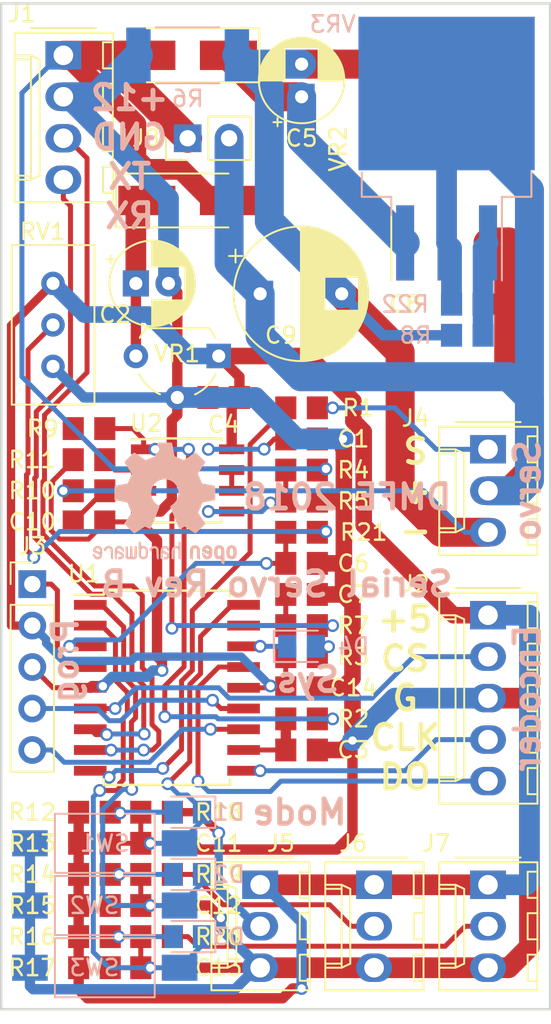
<source format=kicad_pcb>
(kicad_pcb (version 20171130) (host pcbnew "(5.0.0-rc2-80-gf95b77b)")
  (title_block (title "Serial Servo") (date 2018-06-19) (rev B) (company DMFE) (comment 1 "TTL Serial to R/C Servo w/ Encoder"))
  (layers (0 F.Cu signal) (31 B.Cu signal) (34 B.Paste user hide) (35 F.Paste user hide) (36 B.SilkS user hide) (37 F.SilkS user) (38 B.Mask user hide) (39 F.Mask user hide) (44 Edge.Cuts user))
  (net 0 "")
  (net 1 GND)
  (net 2 GNDA)
  (net 3 "Net-(C8-Pad1)")
  (net 4 +12V)
  (net 5 TX)
  (net 6 RX)
  (net 7 Enc_DO)
  (net 8 ENC_CLK)
  (net 9 ENC_CS)
  (net 10 +5V)
  (net 11 VPP)
  (net 12 PGC)
  (net 13 PGD)
  (net 14 ServoPWM)
  (net 15 /AN4)
  (net 16 SW1_LED1)
  (net 17 SW2_LED2)
  (net 18 SW3_LED3)
  (net 19 Batt_V)
  (net 20 "Net-(D4-Pad1)")
  (net 21 /AN0)
  (net 22 "Net-(R1-Pad1)")
  (net 23 "Net-(R7-Pad1)")
  (net 24 "Net-(R4-Pad2)")
  (net 25 "Net-(R2-Pad1)")
  (net 26 "Net-(C10-Pad1)")
  (net 27 "Net-(D1-Pad2)")
  (net 28 "Net-(D2-Pad2)")
  (net 29 "Net-(D3-Pad2)")
  (net 30 "Net-(D4-Pad2)")
  (net 31 "Net-(C2-Pad1)")
  (net 32 "Net-(C5-Pad1)")
  (net 33 "Net-(J5-Pad2)")
  (net 34 "Net-(J6-Pad2)")
  (net 35 "Net-(J7-Pad2)")
  (net 36 "Net-(R11-Pad2)")
  (net 37 "Net-(R21-Pad1)")
  (net 38 "Net-(R22-Pad2)")
  (module Capacitor_SMD:C_0805_2012Metric_Pad1.29x1.40mm_HandSolder (layer F.Cu) (at 104.775 106.045)
    (fp_text reference C1 (at 3.175 0) (layer F.SilkS))
    (fp_text value 0.1uF)
    (pad 1 smd rect (at -0.9675 0) (size 1.295 1.4) (layers F.Cu F.Paste F.Mask) (net 10 +5V))
    (pad 2 smd rect (at 0.9675 0) (size 1.295 1.4) (layers F.Cu F.Paste F.Mask) (net 1 GND))
  )
  (module Capacitor_THT:CP_Radial_D5.0mm_P2.00mm (layer F.Cu) (at 94.615 96.52)
    (fp_text reference C2 (at -1.27 1.905) (layer F.SilkS))
    (fp_text value 2.2uF)
    (pad 1 thru_hole rect (at 0 0) (size 1.6 1.6) (drill 0.8) (layers *.Cu *.Mask) (net 31 "Net-(C2-Pad1)"))
    (pad 2 thru_hole circle (at 2 0) (size 1.6 1.6) (drill 0.8) (layers *.Cu *.Mask) (net 1 GND))
  )
  (module Capacitor_SMD:C_0805_2012Metric_Pad1.29x1.40mm_HandSolder (layer F.Cu) (at 104.775 125.095)
    (fp_text reference C3 (at 3.175 0) (layer F.SilkS))
    (fp_text value 0.1uF)
    (pad 2 smd rect (at 0.9675 0) (size 1.295 1.4) (layers F.Cu F.Paste F.Mask) (net 1 GND))
    (pad 1 smd rect (at -0.9675 0) (size 1.295 1.4) (layers F.Cu F.Paste F.Mask) (net 19 Batt_V))
  )
  (module Capacitor_SMD:C_0805_2012Metric_Pad1.29x1.40mm_HandSolder (layer F.Cu) (at 99.9975 103.505 180)
    (fp_text reference C4 (at 0 -1.65 180) (layer F.SilkS))
    (fp_text value 0.1uF)
    (pad 1 smd rect (at -0.9675 0 180) (size 1.295 1.4) (layers F.Cu F.Paste F.Mask) (net 10 +5V))
    (pad 2 smd rect (at 0.9675 0 180) (size 1.295 1.4) (layers F.Cu F.Paste F.Mask) (net 1 GND))
  )
  (module Capacitor_THT:CP_Radial_D5.0mm_P2.00mm (layer F.Cu) (at 104.775 85.09 90)
    (fp_text reference C5 (at -2.54 0 180) (layer F.SilkS))
    (fp_text value 2.2uF)
    (pad 2 thru_hole circle (at 2 0 90) (size 1.6 1.6) (drill 0.8) (layers *.Cu *.Mask) (net 2 GNDA))
    (pad 1 thru_hole rect (at 0 0 90) (size 1.6 1.6) (drill 0.8) (layers *.Cu *.Mask) (net 32 "Net-(C5-Pad1)"))
  )
  (module Capacitor_SMD:C_0805_2012Metric_Pad1.29x1.40mm_HandSolder (layer F.Cu) (at 104.775 113.665)
    (fp_text reference C6 (at 3.175 0) (layer F.SilkS))
    (fp_text value 0.1uF)
    (pad 2 smd rect (at 0.9675 0) (size 1.295 1.4) (layers F.Cu F.Paste F.Mask) (net 1 GND))
    (pad 1 smd rect (at -0.9675 0) (size 1.295 1.4) (layers F.Cu F.Paste F.Mask) (net 15 /AN4))
  )
  (module Capacitor_SMD:C_0805_2012Metric_Pad1.29x1.40mm_HandSolder (layer F.Cu) (at 104.775 115.57)
    (fp_text reference C7 (at 3.175 0) (layer F.SilkS))
    (fp_text value 0.1uF)
    (pad 2 smd rect (at 0.9675 0) (size 1.295 1.4) (layers F.Cu F.Paste F.Mask) (net 1 GND))
    (pad 1 smd rect (at -0.9675 0) (size 1.295 1.4) (layers F.Cu F.Paste F.Mask) (net 21 /AN0))
  )
  (module Capacitor_SMD:C_0805_2012Metric_Pad1.29x1.40mm_HandSolder (layer F.Cu) (at 114.935 97.79 180)
    (fp_text reference C8 (at 3.81 0 180) (layer F.SilkS))
    (fp_text value 0.1uF)
    (pad 1 smd rect (at -0.9675 0 180) (size 1.295 1.4) (layers F.Cu F.Paste F.Mask) (net 3 "Net-(C8-Pad1)"))
    (pad 2 smd rect (at 0.9675 0 180) (size 1.295 1.4) (layers F.Cu F.Paste F.Mask) (net 2 GNDA))
  )
  (module Capacitor_THT:CP_Radial_D8.0mm_P5.00mm (layer F.Cu) (at 102.235 97.155)
    (fp_text reference C9 (at 1.27 2.54 -180) (layer F.SilkS))
    (fp_text value 100uF)
    (pad 1 thru_hole rect (at 0 0) (size 1.6 1.6) (drill 0.8) (layers *.Cu *.Mask) (net 3 "Net-(C8-Pad1)"))
    (pad 2 thru_hole circle (at 5 0) (size 1.6 1.6) (drill 0.8) (layers *.Cu *.Mask) (net 2 GNDA))
  )
  (module Capacitor_SMD:C_0805_2012Metric_Pad1.29x1.40mm_HandSolder (layer F.Cu) (at 91.7425 111.125)
    (fp_text reference C10 (at -3.4775 0) (layer F.SilkS))
    (fp_text value 1uF)
    (pad 1 smd rect (at -0.9675 0) (size 1.295 1.4) (layers F.Cu F.Paste F.Mask) (net 26 "Net-(C10-Pad1)"))
    (pad 2 smd rect (at 0.9675 0) (size 1.295 1.4) (layers F.Cu F.Paste F.Mask) (net 1 GND))
  )
  (module Capacitor_SMD:C_0805_2012Metric_Pad1.29x1.40mm_HandSolder (layer F.Cu) (at 95.885 130.81)
    (fp_text reference C11 (at 3.81 0) (layer F.SilkS))
    (fp_text value 0.1uF)
    (pad 2 smd rect (at 0.9675 0) (size 1.295 1.4) (layers F.Cu F.Paste F.Mask) (net 1 GND))
    (pad 1 smd rect (at -0.9675 0) (size 1.295 1.4) (layers F.Cu F.Paste F.Mask) (net 16 SW1_LED1))
  )
  (module Capacitor_SMD:C_0805_2012Metric_Pad1.29x1.40mm_HandSolder (layer F.Cu) (at 95.885 134.62)
    (fp_text reference C12 (at 3.81 0) (layer F.SilkS))
    (fp_text value 0.1uF)
    (pad 2 smd rect (at 0.9675 0) (size 1.295 1.4) (layers F.Cu F.Paste F.Mask) (net 1 GND))
    (pad 1 smd rect (at -0.9675 0) (size 1.295 1.4) (layers F.Cu F.Paste F.Mask) (net 17 SW2_LED2))
  )
  (module Capacitor_SMD:C_0805_2012Metric_Pad1.29x1.40mm_HandSolder (layer F.Cu) (at 95.885 138.43)
    (fp_text reference C13 (at 3.81 0) (layer F.SilkS))
    (fp_text value 0.1uF)
    (pad 1 smd rect (at -0.9675 0) (size 1.295 1.4) (layers F.Cu F.Paste F.Mask) (net 18 SW3_LED3))
    (pad 2 smd rect (at 0.9675 0) (size 1.295 1.4) (layers F.Cu F.Paste F.Mask) (net 1 GND))
  )
  (module LED_SMD:LED_0805_2012Metric_Pad1.12x1.40mm_HandSolder (layer B.Cu) (at 97.79 128.905 180)
    (fp_text reference D1 (at -2.54 0 180) (layer B.SilkS) (effects (justify mirror)))
    (fp_text value LED)
    (pad 2 smd rect (at 0.88 0 180) (size 1.12 1.4) (layers B.Cu B.Paste B.Mask) (net 27 "Net-(D1-Pad2)"))
    (pad 1 smd rect (at -0.88 0 180) (size 1.12 1.4) (layers B.Cu B.Paste B.Mask) (net 16 SW1_LED1))
  )
  (module LED_SMD:LED_0805_2012Metric_Pad1.12x1.40mm_HandSolder (layer B.Cu) (at 97.79 132.715 180)
    (fp_text reference D2 (at -2.54 0 180) (layer B.SilkS) (effects (justify mirror)))
    (fp_text value LED)
    (pad 1 smd rect (at -0.88 0 180) (size 1.12 1.4) (layers B.Cu B.Paste B.Mask) (net 17 SW2_LED2))
    (pad 2 smd rect (at 0.88 0 180) (size 1.12 1.4) (layers B.Cu B.Paste B.Mask) (net 28 "Net-(D2-Pad2)"))
  )
  (module LED_SMD:LED_0805_2012Metric_Pad1.12x1.40mm_HandSolder (layer B.Cu) (at 97.79 136.525 180)
    (fp_text reference D3 (at -2.54 0 180) (layer B.SilkS) (effects (justify mirror)))
    (fp_text value LED)
    (pad 1 smd rect (at -0.88 0 180) (size 1.12 1.4) (layers B.Cu B.Paste B.Mask) (net 18 SW3_LED3))
    (pad 2 smd rect (at 0.88 0 180) (size 1.12 1.4) (layers B.Cu B.Paste B.Mask) (net 29 "Net-(D3-Pad2)"))
  )
  (module LED_SMD:LED_0805_2012Metric_Pad1.12x1.40mm_HandSolder (layer B.Cu) (at 104.775 118.745)
    (fp_text reference D4 (at 3.175 0) (layer B.SilkS) (effects (justify mirror)))
    (fp_text value LED)
    (pad 2 smd rect (at 0.88 0) (size 1.12 1.4) (layers B.Cu B.Paste B.Mask) (net 30 "Net-(D4-Pad2)"))
    (pad 1 smd rect (at -0.88 0) (size 1.12 1.4) (layers B.Cu B.Paste B.Mask) (net 20 "Net-(D4-Pad1)"))
  )
  (module Diode_SMD:D_SMA_Handsoldering (layer F.Cu) (at 97.79 91.44)
    (fp_text reference D5 hide)
    (fp_text value D)
    (pad 2 smd rect (at 2.5 0) (size 3.5 1.8) (layers F.Cu F.Paste F.Mask) (net 4 +12V))
    (pad 1 smd rect (at -2.5 0) (size 3.5 1.8) (layers F.Cu F.Paste F.Mask) (net 31 "Net-(C2-Pad1)"))
  )
  (module Diode_SMD:D_SMA_Handsoldering (layer F.Cu) (at 97.79 82.55 180)
    (fp_text reference D6 hide)
    (fp_text value D)
    (pad 1 smd rect (at -2.5 0 180) (size 3.5 1.8) (layers F.Cu F.Paste F.Mask) (net 32 "Net-(C5-Pad1)"))
    (pad 2 smd rect (at 2.5 0 180) (size 3.5 1.8) (layers F.Cu F.Paste F.Mask) (net 4 +12V))
  )
  (module Connector_Molex:Molex_KK-254_AE-6410-04A_1x04_P2.54mm_Vertical (layer F.Cu) (at 90.17 82.55 270)
    (fp_text reference J1 (at -2.54 2.54) (layer F.SilkS))
    (fp_text value Conn_01x04)
    (pad 1 thru_hole rect (at 0 0 270) (size 1.74 2.2) (drill 1.2) (layers *.Cu *.Mask) (net 4 +12V))
    (pad 2 thru_hole oval (at 2.54 0 270) (size 1.74 2.2) (drill 1.2) (layers *.Cu *.Mask) (net 1 GND))
    (pad 3 thru_hole oval (at 5.08 0 270) (size 1.74 2.2) (drill 1.2) (layers *.Cu *.Mask) (net 5 TX))
    (pad 4 thru_hole oval (at 7.62 0 270) (size 1.74 2.2) (drill 1.2) (layers *.Cu *.Mask) (net 6 RX))
  )
  (module Connector_PinHeader_2.54mm:PinHeader_1x05_P2.54mm_Vertical (layer F.Cu) (at 88.265 114.935)
    (fp_text reference J3 (at 0 -2.33) (layer F.SilkS))
    (fp_text value Conn_01x05)
    (pad 1 thru_hole rect (at 0 0) (size 1.7 1.7) (drill 1) (layers *.Cu *.Mask) (net 11 VPP))
    (pad 2 thru_hole oval (at 0 2.54) (size 1.7 1.7) (drill 1) (layers *.Cu *.Mask) (net 10 +5V))
    (pad 3 thru_hole oval (at 0 5.08) (size 1.7 1.7) (drill 1) (layers *.Cu *.Mask) (net 1 GND))
    (pad 4 thru_hole oval (at 0 7.62) (size 1.7 1.7) (drill 1) (layers *.Cu *.Mask) (net 13 PGD))
    (pad 5 thru_hole oval (at 0 10.16) (size 1.7 1.7) (drill 1) (layers *.Cu *.Mask) (net 12 PGC))
  )
  (module Connector_Molex:Molex_KK-254_AE-6410-05A_1x05_P2.54mm_Vertical (layer F.Cu) (at 116.205 116.84 270)
    (fp_text reference J2 (at -1.905 4.445) (layer F.SilkS))
    (fp_text value Conn_01x05)
    (pad 1 thru_hole rect (at 0 0 270) (size 1.74 2.2) (drill 1.2) (layers *.Cu *.Mask) (net 10 +5V))
    (pad 2 thru_hole oval (at 2.54 0 270) (size 1.74 2.2) (drill 1.2) (layers *.Cu *.Mask) (net 9 ENC_CS))
    (pad 3 thru_hole oval (at 5.08 0 270) (size 1.74 2.2) (drill 1.2) (layers *.Cu *.Mask) (net 1 GND))
    (pad 4 thru_hole oval (at 7.62 0 270) (size 1.74 2.2) (drill 1.2) (layers *.Cu *.Mask) (net 8 ENC_CLK))
    (pad 5 thru_hole oval (at 10.16 0 270) (size 1.74 2.2) (drill 1.2) (layers *.Cu *.Mask) (net 7 Enc_DO))
  )
  (module Connector_Molex:Molex_KK-254_AE-6410-03A_1x03_P2.54mm_Vertical (layer F.Cu) (at 116.205 106.68 270)
    (fp_text reference J4 (at -1.905 4.445) (layer F.SilkS))
    (fp_text value Conn_01x03)
    (pad 1 thru_hole rect (at 0 0 270) (size 1.74 2.2) (drill 1.2) (layers *.Cu *.Mask) (net 14 ServoPWM))
    (pad 2 thru_hole oval (at 2.54 0 270) (size 1.74 2.2) (drill 1.2) (layers *.Cu *.Mask) (net 3 "Net-(C8-Pad1)"))
    (pad 3 thru_hole oval (at 5.08 0 270) (size 1.74 2.2) (drill 1.2) (layers *.Cu *.Mask) (net 2 GNDA))
  )
  (module Connector_Molex:Molex_KK-254_AE-6410-03A_1x03_P2.54mm_Vertical (layer F.Cu) (at 102.235 133.35 270)
    (fp_text reference J5 (at -2.54 -1.27) (layer F.SilkS))
    (fp_text value Conn_01x03)
    (pad 3 thru_hole oval (at 5.08 0 270) (size 1.74 2.2) (drill 1.2) (layers *.Cu *.Mask) (net 1 GND))
    (pad 2 thru_hole oval (at 2.54 0 270) (size 1.74 2.2) (drill 1.2) (layers *.Cu *.Mask) (net 33 "Net-(J5-Pad2)"))
    (pad 1 thru_hole rect (at 0 0 270) (size 1.74 2.2) (drill 1.2) (layers *.Cu *.Mask) (net 10 +5V))
  )
  (module Connector_Molex:Molex_KK-254_AE-6410-03A_1x03_P2.54mm_Vertical (layer F.Cu) (at 109.22 133.35 270)
    (fp_text reference J6 (at -2.54 1.27) (layer F.SilkS))
    (fp_text value Conn_01x03)
    (pad 1 thru_hole rect (at 0 0 270) (size 1.74 2.2) (drill 1.2) (layers *.Cu *.Mask) (net 10 +5V))
    (pad 2 thru_hole oval (at 2.54 0 270) (size 1.74 2.2) (drill 1.2) (layers *.Cu *.Mask) (net 34 "Net-(J6-Pad2)"))
    (pad 3 thru_hole oval (at 5.08 0 270) (size 1.74 2.2) (drill 1.2) (layers *.Cu *.Mask) (net 1 GND))
  )
  (module Connector_Molex:Molex_KK-254_AE-6410-03A_1x03_P2.54mm_Vertical (layer F.Cu) (at 116.205 133.35 270)
    (fp_text reference J7 (at -2.54 3.175) (layer F.SilkS))
    (fp_text value Conn_01x03)
    (pad 3 thru_hole oval (at 5.08 0 270) (size 1.74 2.2) (drill 1.2) (layers *.Cu *.Mask) (net 1 GND))
    (pad 2 thru_hole oval (at 2.54 0 270) (size 1.74 2.2) (drill 1.2) (layers *.Cu *.Mask) (net 35 "Net-(J7-Pad2)"))
    (pad 1 thru_hole rect (at 0 0 270) (size 1.74 2.2) (drill 1.2) (layers *.Cu *.Mask) (net 10 +5V))
  )
  (module Resistor_SMD:R_0805_2012Metric_Pad1.29x1.40mm_HandSolder (layer F.Cu) (at 104.775 104.14)
    (fp_text reference R1 (at 3.4775 0) (layer F.SilkS))
    (fp_text value 220R)
    (pad 2 smd rect (at 0.9675 0) (size 1.295 1.4) (layers F.Cu F.Paste F.Mask) (net 14 ServoPWM))
    (pad 1 smd rect (at -0.9675 0) (size 1.295 1.4) (layers F.Cu F.Paste F.Mask) (net 22 "Net-(R1-Pad1)"))
  )
  (module Resistor_SMD:R_0805_2012Metric_Pad1.29x1.40mm_HandSolder (layer F.Cu) (at 104.775 123.19 180)
    (fp_text reference R2 (at -3.175 0 180) (layer F.SilkS))
    (fp_text value 1K0)
    (pad 1 smd rect (at -0.9675 0 180) (size 1.295 1.4) (layers F.Cu F.Paste F.Mask) (net 25 "Net-(R2-Pad1)"))
    (pad 2 smd rect (at 0.9675 0 180) (size 1.295 1.4) (layers F.Cu F.Paste F.Mask) (net 19 Batt_V))
  )
  (module Resistor_SMD:R_0805_2012Metric_Pad1.29x1.40mm_HandSolder (layer F.Cu) (at 104.775 119.38 180)
    (fp_text reference R3 (at -3.175 0 180) (layer F.SilkS))
    (fp_text value 1K0)
    (pad 2 smd rect (at 0.9675 0 180) (size 1.295 1.4) (layers F.Cu F.Paste F.Mask) (net 10 +5V))
    (pad 1 smd rect (at -0.9675 0 180) (size 1.295 1.4) (layers F.Cu F.Paste F.Mask) (net 30 "Net-(D4-Pad2)"))
  )
  (module Resistor_SMD:R_0805_2012Metric_Pad1.29x1.40mm_HandSolder (layer F.Cu) (at 104.775 107.95 180)
    (fp_text reference R4 (at -3.175 0 180) (layer F.SilkS))
    (fp_text value 100K)
    (pad 1 smd rect (at -0.9675 0 180) (size 1.295 1.4) (layers F.Cu F.Paste F.Mask) (net 4 +12V))
    (pad 2 smd rect (at 0.9675 0 180) (size 1.295 1.4) (layers F.Cu F.Paste F.Mask) (net 24 "Net-(R4-Pad2)"))
  )
  (module Resistor_SMD:R_0805_2012Metric_Pad1.29x1.40mm_HandSolder (layer F.Cu) (at 104.775 109.855 180)
    (fp_text reference R5 (at -3.175 0 180) (layer F.SilkS))
    (fp_text value 10K)
    (pad 2 smd rect (at 0.9675 0 180) (size 1.295 1.4) (layers F.Cu F.Paste F.Mask) (net 24 "Net-(R4-Pad2)"))
    (pad 1 smd rect (at -0.9675 0 180) (size 1.295 1.4) (layers F.Cu F.Paste F.Mask) (net 1 GND))
  )
  (module Resistor_SMD:R_0805_2012Metric_Pad1.29x1.40mm_HandSolder (layer F.Cu) (at 104.775 117.475 180)
    (fp_text reference R7 (at -3.175 0 180) (layer F.SilkS))
    (fp_text value 1K0)
    (pad 1 smd rect (at -0.9675 0 180) (size 1.295 1.4) (layers F.Cu F.Paste F.Mask) (net 23 "Net-(R7-Pad1)"))
    (pad 2 smd rect (at 0.9675 0 180) (size 1.295 1.4) (layers F.Cu F.Paste F.Mask) (net 21 /AN0))
  )
  (module Resistor_SMD:R_0805_2012Metric_Pad1.29x1.40mm_HandSolder (layer F.Cu) (at 91.7425 105.41)
    (fp_text reference R9 (at -2.8425 0) (layer F.SilkS))
    (fp_text value 100K)
    (pad 2 smd rect (at 0.9675 0) (size 1.295 1.4) (layers F.Cu F.Paste F.Mask) (net 23 "Net-(R7-Pad1)"))
    (pad 1 smd rect (at -0.9675 0) (size 1.295 1.4) (layers F.Cu F.Paste F.Mask) (net 36 "Net-(R11-Pad2)"))
  )
  (module Resistor_SMD:R_0805_2012Metric_Pad1.29x1.40mm_HandSolder (layer F.Cu) (at 91.7425 109.22)
    (fp_text reference R10 (at -3.4775 0) (layer F.SilkS))
    (fp_text value 47K)
    (pad 1 smd rect (at -0.9675 0) (size 1.295 1.4) (layers F.Cu F.Paste F.Mask) (net 2 GNDA))
    (pad 2 smd rect (at 0.9675 0) (size 1.295 1.4) (layers F.Cu F.Paste F.Mask) (net 26 "Net-(C10-Pad1)"))
  )
  (module Resistor_SMD:R_0805_2012Metric_Pad1.29x1.40mm_HandSolder (layer F.Cu) (at 91.7425 107.315)
    (fp_text reference R11 (at -3.4775 0) (layer F.SilkS))
    (fp_text value 10K)
    (pad 1 smd rect (at -0.9675 0) (size 1.295 1.4) (layers F.Cu F.Paste F.Mask) (net 1 GND))
    (pad 2 smd rect (at 0.9675 0) (size 1.295 1.4) (layers F.Cu F.Paste F.Mask) (net 36 "Net-(R11-Pad2)"))
  )
  (module Resistor_SMD:R_0805_2012Metric_Pad1.29x1.40mm_HandSolder (layer F.Cu) (at 92.075 128.905)
    (fp_text reference R12 (at -3.81 0) (layer F.SilkS))
    (fp_text value 1K0)
    (pad 1 smd rect (at -0.9675 0) (size 1.295 1.4) (layers F.Cu F.Paste F.Mask) (net 10 +5V))
    (pad 2 smd rect (at 0.9675 0) (size 1.295 1.4) (layers F.Cu F.Paste F.Mask) (net 27 "Net-(D1-Pad2)"))
  )
  (module Resistor_SMD:R_0805_2012Metric_Pad1.29x1.40mm_HandSolder (layer F.Cu) (at 92.075 130.81)
    (fp_text reference R13 (at -3.81 0) (layer F.SilkS))
    (fp_text value 47K)
    (pad 2 smd rect (at 0.9675 0) (size 1.295 1.4) (layers F.Cu F.Paste F.Mask) (net 16 SW1_LED1))
    (pad 1 smd rect (at -0.9675 0) (size 1.295 1.4) (layers F.Cu F.Paste F.Mask) (net 10 +5V))
  )
  (module Resistor_SMD:R_0805_2012Metric_Pad1.29x1.40mm_HandSolder (layer F.Cu) (at 92.075 132.715)
    (fp_text reference R14 (at -3.81 0) (layer F.SilkS))
    (fp_text value 1K0)
    (pad 2 smd rect (at 0.9675 0) (size 1.295 1.4) (layers F.Cu F.Paste F.Mask) (net 28 "Net-(D2-Pad2)"))
    (pad 1 smd rect (at -0.9675 0) (size 1.295 1.4) (layers F.Cu F.Paste F.Mask) (net 10 +5V))
  )
  (module Resistor_SMD:R_0805_2012Metric_Pad1.29x1.40mm_HandSolder (layer F.Cu) (at 92.075 134.62)
    (fp_text reference R15 (at -3.81 0) (layer F.SilkS))
    (fp_text value 47K)
    (pad 1 smd rect (at -0.9675 0) (size 1.295 1.4) (layers F.Cu F.Paste F.Mask) (net 10 +5V))
    (pad 2 smd rect (at 0.9675 0) (size 1.295 1.4) (layers F.Cu F.Paste F.Mask) (net 17 SW2_LED2))
  )
  (module Resistor_SMD:R_0805_2012Metric_Pad1.29x1.40mm_HandSolder (layer F.Cu) (at 92.075 136.525)
    (fp_text reference R16 (at -3.81 0) (layer F.SilkS))
    (fp_text value 1K0)
    (pad 2 smd rect (at 0.9675 0) (size 1.295 1.4) (layers F.Cu F.Paste F.Mask) (net 29 "Net-(D3-Pad2)"))
    (pad 1 smd rect (at -0.9675 0) (size 1.295 1.4) (layers F.Cu F.Paste F.Mask) (net 10 +5V))
  )
  (module Resistor_SMD:R_0805_2012Metric_Pad1.29x1.40mm_HandSolder (layer F.Cu) (at 92.075 138.43)
    (fp_text reference R17 (at -3.81 0) (layer F.SilkS))
    (fp_text value 47K)
    (pad 1 smd rect (at -0.9675 0) (size 1.295 1.4) (layers F.Cu F.Paste F.Mask) (net 10 +5V))
    (pad 2 smd rect (at 0.9675 0) (size 1.295 1.4) (layers F.Cu F.Paste F.Mask) (net 18 SW3_LED3))
  )
  (module Resistor_SMD:R_0805_2012Metric_Pad1.29x1.40mm_HandSolder (layer F.Cu) (at 95.885 128.905 180)
    (fp_text reference R18 (at -3.81 0 180) (layer F.SilkS))
    (fp_text value 1K0)
    (pad 2 smd rect (at 0.9675 0 180) (size 1.295 1.4) (layers F.Cu F.Paste F.Mask) (net 16 SW1_LED1))
    (pad 1 smd rect (at -0.9675 0 180) (size 1.295 1.4) (layers F.Cu F.Paste F.Mask) (net 33 "Net-(J5-Pad2)"))
  )
  (module Resistor_SMD:R_0805_2012Metric_Pad1.29x1.40mm_HandSolder (layer F.Cu) (at 95.885 132.715 180)
    (fp_text reference R19 (at -3.81 0 180) (layer F.SilkS))
    (fp_text value 1K0)
    (pad 1 smd rect (at -0.9675 0 180) (size 1.295 1.4) (layers F.Cu F.Paste F.Mask) (net 34 "Net-(J6-Pad2)"))
    (pad 2 smd rect (at 0.9675 0 180) (size 1.295 1.4) (layers F.Cu F.Paste F.Mask) (net 17 SW2_LED2))
  )
  (module Resistor_SMD:R_0805_2012Metric_Pad1.29x1.40mm_HandSolder (layer F.Cu) (at 95.885 136.525 180)
    (fp_text reference R20 (at -3.81 0 180) (layer F.SilkS))
    (fp_text value 1K0)
    (pad 2 smd rect (at 0.9675 0 180) (size 1.295 1.4) (layers F.Cu F.Paste F.Mask) (net 18 SW3_LED3))
    (pad 1 smd rect (at -0.9675 0 180) (size 1.295 1.4) (layers F.Cu F.Paste F.Mask) (net 35 "Net-(J7-Pad2)"))
  )
  (module Resistor_SMD:R_0805_2012Metric_Pad1.29x1.40mm_HandSolder (layer F.Cu) (at 104.775 111.76 180)
    (fp_text reference R21 (at -3.81 0 180) (layer F.SilkS))
    (fp_text value 1K0)
    (pad 1 smd rect (at -0.9675 0 180) (size 1.295 1.4) (layers F.Cu F.Paste F.Mask) (net 37 "Net-(R21-Pad1)"))
    (pad 2 smd rect (at 0.9675 0 180) (size 1.295 1.4) (layers F.Cu F.Paste F.Mask) (net 15 /AN4))
  )
  (module Potentiometer_THT:Potentiometer_Bourns_3296W_Vertical (layer F.Cu) (at 89.535 96.52 90)
    (fp_text reference RV1 (at 3.175 -0.635 180) (layer F.SilkS))
    (fp_text value 20K)
    (pad 1 thru_hole circle (at 0 0 90) (size 1.44 1.44) (drill 0.8) (layers *.Cu *.Mask) (net 10 +5V))
    (pad 2 thru_hole circle (at -2.54 0 90) (size 1.44 1.44) (drill 0.8) (layers *.Cu *.Mask) (net 37 "Net-(R21-Pad1)"))
    (pad 3 thru_hole circle (at -5.08 0 90) (size 1.44 1.44) (drill 0.8) (layers *.Cu *.Mask) (net 1 GND))
  )
  (module Button_Switch_SMD:SW_SPST_FSMSM (layer B.Cu) (at 92.71 130.81)
    (fp_text reference SW1 (at 0 0) (layer B.SilkS) (effects (justify mirror)))
    (fp_text value SW_Push)
    (pad 1 smd rect (at -4.59 0) (size 2.18 1.6) (layers B.Cu B.Paste B.Mask) (net 1 GND))
    (pad 2 smd rect (at 4.59 0) (size 2.18 1.6) (layers B.Cu B.Paste B.Mask) (net 16 SW1_LED1))
  )
  (module Button_Switch_SMD:SW_SPST_FSMSM (layer B.Cu) (at 92.71 134.62)
    (fp_text reference SW2 (at -0.635 0) (layer B.SilkS) (effects (justify mirror)))
    (fp_text value SW_Push)
    (pad 2 smd rect (at 4.59 0) (size 2.18 1.6) (layers B.Cu B.Paste B.Mask) (net 17 SW2_LED2))
    (pad 1 smd rect (at -4.59 0) (size 2.18 1.6) (layers B.Cu B.Paste B.Mask) (net 1 GND))
  )
  (module Button_Switch_SMD:SW_SPST_FSMSM (layer B.Cu) (at 92.71 138.43)
    (fp_text reference SW3 (at -0.635 0) (layer B.SilkS) (effects (justify mirror)))
    (fp_text value SW_Push)
    (pad 1 smd rect (at -4.59 0) (size 2.18 1.6) (layers B.Cu B.Paste B.Mask) (net 1 GND))
    (pad 2 smd rect (at 4.59 0) (size 2.18 1.6) (layers B.Cu B.Paste B.Mask) (net 18 SW3_LED3))
  )
  (module Package_SO:SOIC-8_3.9x4.9mm_P1.27mm (layer F.Cu) (at 97.79 108.585)
    (fp_text reference U2 (at -2.54 -3.5) (layer F.SilkS))
    (fp_text value LM358A)
    (pad 1 smd rect (at -2.7 -1.905) (size 1.55 0.6) (layers F.Cu F.Paste F.Mask) (net 23 "Net-(R7-Pad1)"))
    (pad 2 smd rect (at -2.7 -0.635) (size 1.55 0.6) (layers F.Cu F.Paste F.Mask) (net 36 "Net-(R11-Pad2)"))
    (pad 3 smd rect (at -2.7 0.635) (size 1.55 0.6) (layers F.Cu F.Paste F.Mask) (net 26 "Net-(C10-Pad1)"))
    (pad 4 smd rect (at -2.7 1.905) (size 1.55 0.6) (layers F.Cu F.Paste F.Mask) (net 1 GND))
    (pad 5 smd rect (at 2.7 1.905) (size 1.55 0.6) (layers F.Cu F.Paste F.Mask) (net 24 "Net-(R4-Pad2)"))
    (pad 6 smd rect (at 2.7 0.635) (size 1.55 0.6) (layers F.Cu F.Paste F.Mask) (net 25 "Net-(R2-Pad1)"))
    (pad 7 smd rect (at 2.7 -0.635) (size 1.55 0.6) (layers F.Cu F.Paste F.Mask) (net 25 "Net-(R2-Pad1)"))
    (pad 8 smd rect (at 2.7 -1.905) (size 1.55 0.6) (layers F.Cu F.Paste F.Mask) (net 10 +5V))
  )
  (module Connector_PinHeader_2.54mm:PinHeader_1x02_P2.54mm_Vertical (layer F.Cu) (at 97.79 87.63 90)
    (fp_text reference J8 (at 0 -2.54 180) (layer F.SilkS))
    (fp_text value Conn_01x02)
    (pad 1 thru_hole rect (at 0 0 90) (size 1.7 1.7) (drill 1) (layers *.Cu *.Mask) (net 4 +12V))
    (pad 2 thru_hole oval (at 0 2.54 90) (size 1.7 1.7) (drill 1) (layers *.Cu *.Mask) (net 3 "Net-(C8-Pad1)"))
  )
  (module Resistor_SMD:R_0805_2012Metric_Pad1.29x1.40mm_HandSolder (layer B.Cu) (at 114.935 99.695 180)
    (fp_text reference R8 (at 3.175 0 180) (layer B.SilkS) (effects (justify mirror)))
    (fp_text value RRR)
    (pad 1 smd rect (at -0.9675 0 180) (size 1.295 1.4) (layers B.Cu B.Paste B.Mask) (net 38 "Net-(R22-Pad2)"))
    (pad 2 smd rect (at 0.9675 0 180) (size 1.295 1.4) (layers B.Cu B.Paste B.Mask) (net 2 GNDA))
  )
  (module Resistor_SMD:R_0805_2012Metric_Pad1.29x1.40mm_HandSolder (layer B.Cu) (at 114.935 97.79)
    (fp_text reference R22 (at -3.81 0) (layer B.SilkS) (effects (justify mirror)))
    (fp_text value 120R)
    (pad 2 smd rect (at 0.9675 0) (size 1.295 1.4) (layers B.Cu B.Paste B.Mask) (net 38 "Net-(R22-Pad2)"))
    (pad 1 smd rect (at -0.9675 0) (size 1.295 1.4) (layers B.Cu B.Paste B.Mask) (net 3 "Net-(C8-Pad1)"))
  )
  (module Package_TO_SOT_THT:TO-92L_Wide (layer F.Cu) (at 99.695 100.965 180)
    (fp_text reference VR1 (at 2.55 0.1375 180) (layer F.SilkS))
    (fp_text value L78L05_TO92)
    (pad 2 thru_hole circle (at 2.54 -2.54 270) (size 1.5 1.5) (drill 0.8) (layers *.Cu *.Mask) (net 1 GND))
    (pad 3 thru_hole circle (at 5.08 0 270) (size 1.5 1.5) (drill 0.8) (layers *.Cu *.Mask) (net 31 "Net-(C2-Pad1)"))
    (pad 1 thru_hole rect (at 0 0 270) (size 1.5 1.5) (drill 0.8) (layers *.Cu *.Mask) (net 10 +5V))
  )
  (module Package_TO_SOT_SMD:TO-263-3_TabPin2 (layer F.Cu) (at 113.665 88.265 90)
    (fp_text reference VR2 (at 0 -6.65 90) (layer F.SilkS))
    (fp_text value LM7805_TO220)
    (pad 2 smd rect (at 3.375 0 90) (size 9.4 10.8) (layers F.Cu F.Mask) (net 2 GNDA))
    (pad 3 smd rect (at -5.775 2.54 90) (size 4.6 1.1) (layers F.Cu F.Paste F.Mask) (net 3 "Net-(C8-Pad1)"))
    (pad 2 smd rect (at -5.775 0 90) (size 4.6 1.1) (layers F.Cu F.Paste F.Mask) (net 2 GNDA))
    (pad 1 smd rect (at -5.775 -2.54 90) (size 4.6 1.1) (layers F.Cu F.Paste F.Mask) (net 32 "Net-(C5-Pad1)"))
  )
  (module Package_TO_SOT_SMD:TO-263-3_TabPin2 (layer B.Cu) (at 113.665 88.265 90)
    (fp_text reference VR3 (at 7.62 -6.985 180) (layer B.SilkS) (effects (justify mirror)))
    (fp_text value LD1085)
    (pad 1 smd rect (at -5.775 2.54 90) (size 4.6 1.1) (layers B.Cu B.Paste B.Mask) (net 38 "Net-(R22-Pad2)"))
    (pad 2 smd rect (at -5.775 0 90) (size 4.6 1.1) (layers B.Cu B.Paste B.Mask) (net 3 "Net-(C8-Pad1)"))
    (pad 3 smd rect (at -5.775 -2.54 90) (size 4.6 1.1) (layers B.Cu B.Paste B.Mask) (net 32 "Net-(C5-Pad1)"))
    (pad 2 smd rect (at 3.375 0 90) (size 9.4 10.8) (layers B.Cu B.Mask) (net 3 "Net-(C8-Pad1)"))
  )
  (module Resistor_SMD:R_2512_6332Metric_Pad1.49x3.40mm_HandSolder (layer B.Cu) (at 97.79 82.55)
    (fp_text reference R6 (at 0 2.65) (layer B.SilkS) (effects (justify mirror)))
    (fp_text value 1R0)
    (pad 1 smd rect (at -3.0175 0) (size 1.495 3.4) (layers B.Cu B.Paste B.Mask) (net 1 GND))
    (pad 2 smd rect (at 3.0175 0) (size 1.495 3.4) (layers B.Cu B.Paste B.Mask) (net 2 GNDA))
  )
  (module Package_SO:SOIC-18W_7.5x11.6mm_P1.27mm (layer F.Cu) (at 96.52 121.285)
    (fp_text reference U1 (at -5.08 -6.985) (layer F.SilkS))
    (fp_text value PIC16F1847-ISO)
    (pad 1 smd rect (at -4.7 -5.08) (size 2 0.6) (layers F.Cu F.Paste F.Mask) (net 17 SW2_LED2))
    (pad 2 smd rect (at -4.7 -3.81) (size 2 0.6) (layers F.Cu F.Paste F.Mask) (net 18 SW3_LED3))
    (pad 3 smd rect (at -4.7 -2.54) (size 2 0.6) (layers F.Cu F.Paste F.Mask) (net 15 /AN4))
    (pad 4 smd rect (at -4.7 -1.27) (size 2 0.6) (layers F.Cu F.Paste F.Mask) (net 11 VPP))
    (pad 5 smd rect (at -4.7 0) (size 2 0.6) (layers F.Cu F.Paste F.Mask) (net 1 GND))
    (pad 6 smd rect (at -4.7 1.27) (size 2 0.6) (layers F.Cu F.Paste F.Mask) (net 9 ENC_CS))
    (pad 7 smd rect (at -4.7 2.54) (size 2 0.6) (layers F.Cu F.Paste F.Mask) (net 6 RX))
    (pad 8 smd rect (at -4.7 3.81) (size 2 0.6) (layers F.Cu F.Paste F.Mask) (net 5 TX))
    (pad 9 smd rect (at -4.7 5.08) (size 2 0.6) (layers F.Cu F.Paste F.Mask) (net 22 "Net-(R1-Pad1)"))
    (pad 10 smd rect (at 4.7 5.08) (size 2 0.6) (layers F.Cu F.Paste F.Mask) (net 8 ENC_CLK))
    (pad 11 smd rect (at 4.7 3.81) (size 2 0.6) (layers F.Cu F.Paste F.Mask) (net 19 Batt_V))
    (pad 12 smd rect (at 4.7 2.54) (size 2 0.6) (layers F.Cu F.Paste F.Mask) (net 12 PGC))
    (pad 13 smd rect (at 4.7 1.27) (size 2 0.6) (layers F.Cu F.Paste F.Mask) (net 13 PGD))
    (pad 14 smd rect (at 4.7 0) (size 2 0.6) (layers F.Cu F.Paste F.Mask) (net 10 +5V))
    (pad 15 smd rect (at 4.7 -1.27) (size 2 0.6) (layers F.Cu F.Paste F.Mask) (net 7 Enc_DO))
    (pad 16 smd rect (at 4.7 -2.54) (size 2 0.6) (layers F.Cu F.Paste F.Mask) (net 20 "Net-(D4-Pad1)"))
    (pad 17 smd rect (at 4.7 -3.81) (size 2 0.6) (layers F.Cu F.Paste F.Mask) (net 21 /AN0))
    (pad 18 smd rect (at 4.7 -5.08) (size 2 0.6) (layers F.Cu F.Paste F.Mask) (net 16 SW1_LED1))
  )
  (module Capacitor_SMD:C_0805_2012Metric_Pad1.29x1.40mm_HandSolder (layer F.Cu) (at 104.775 121.285)
    (fp_text reference C14 (at 3.175 0) (layer F.SilkS))
    (fp_text value 0.1uF)
    (pad 1 smd rect (at -0.9675 0) (size 1.295 1.4) (layers F.Cu F.Paste F.Mask) (net 10 +5V))
    (pad 2 smd rect (at 0.9675 0) (size 1.295 1.4) (layers F.Cu F.Paste F.Mask) (net 1 GND))
  )
  (module Symbol:OSHW-Logo2_9.8x8mm_SilkScreen (layer B.Cu) (at 96.393 109.982 180)
    (fp_text reference REF** hide)
    (fp_text value OSHW-Logo2_9.8x8mm_SilkScreen hide)
  )
  (gr_text "S\n+\n-" (at 111.76 109.22) (layer F.SilkS) (effects (font (size 1.5 1.5) (thickness 0.3))))
  (gr_text "+5\nCS\nG\nCLK\nDO" (at 111.125 121.92) (layer F.SilkS) (effects (font (size 1.5 1.5) (thickness 0.3))))
  (gr_text "+12\nGND\nTX\nRX" (at 94.234 88.773) (layer B.SilkS) (effects (font (size 1.5 1.5) (thickness 0.3)) (justify mirror)))
  (gr_text Servo (at 118.618 109.22 90) (layer B.SilkS) (effects (font (size 1.5 1.5) (thickness 0.3)) (justify mirror)))
  (gr_text Encoder (at 118.618 121.92 90) (layer B.SilkS) (effects (font (size 1.5 1.5) (thickness 0.3)) (justify mirror)))
  (gr_text Prog (at 90.297 119.634 90) (layer B.SilkS) (effects (font (size 1.5 1.5) (thickness 0.3)) (justify mirror)))
  (gr_text "Serial Servo Rev B" (at 103.251 114.935) (layer B.SilkS) (effects (font (size 1.5 1.5) (thickness 0.3)) (justify mirror)))
  (gr_text "DMFE 2018" (at 107.569 109.601) (layer B.SilkS) (effects (font (size 1.5 1.5) (thickness 0.3)) (justify mirror)))
  (gr_text Mode (at 104.648 128.905) (layer B.SilkS) (effects (font (size 1.5 1.5) (thickness 0.3)) (justify mirror)))
  (gr_text Sys (at 105.156 120.777) (layer B.SilkS) (effects (font (size 1.5 1.5) (thickness 0.3)) (justify mirror)))
  (gr_line (start 120.015 140.97) (end 86.36 140.97) (layer Edge.Cuts) (width 0.15))
  (gr_line (start 120.015 79.375) (end 120.015 140.97) (layer Edge.Cuts) (width 0.15))
  (gr_line (start 86.36 79.375) (end 120.015 79.375) (layer Edge.Cuts) (width 0.15))
  (gr_line (start 86.36 140.97) (end 86.36 79.375) (layer Edge.Cuts) (width 0.15))
  (segment (start 99.03 103.505) (end 97.155 103.505) (width 0.635) (layer F.Cu) (net 1))
  (segment (start 97.155 97.06) (end 96.615 96.52) (width 0.635) (layer F.Cu) (net 1))
  (segment (start 97.155 103.505) (end 97.155 97.06) (width 0.635) (layer F.Cu) (net 1))
  (segment (start 94.455 111.125) (end 95.09 110.49) (width 0.3048) (layer F.Cu) (net 1))
  (segment (start 92.71 111.125) (end 94.455 111.125) (width 0.3048) (layer F.Cu) (net 1))
  (segment (start 89.535 121.285) (end 88.265 120.015) (width 0.3048) (layer F.Cu) (net 1))
  (segment (start 91.82 121.285) (end 89.535 121.285) (width 0.3048) (layer F.Cu) (net 1))
  (segment (start 116.205 138.43) (end 109.22 138.43) (width 1.27) (layer F.Cu) (net 1))
  (segment (start 109.22 138.43) (end 102.235 138.43) (width 1.27) (layer F.Cu) (net 1))
  (segment (start 102.235 138.43) (end 96.8525 138.43) (width 0.635) (layer F.Cu) (net 1))
  (segment (start 88.12 130.81) (end 88.12 134.62) (width 0.635) (layer B.Cu) (net 1))
  (segment (start 88.12 134.62) (end 88.12 138.43) (width 0.635) (layer B.Cu) (net 1))
  (segment (start 100.687499 139.747501) (end 88.312501 139.747501) (width 0.635) (layer B.Cu) (net 1))
  (segment (start 102.005 138.43) (end 100.687499 139.747501) (width 0.635) (layer B.Cu) (net 1))
  (segment (start 102.235 138.43) (end 102.005 138.43) (width 0.635) (layer B.Cu) (net 1))
  (segment (start 88.12 139.555) (end 88.12 138.43) (width 0.635) (layer B.Cu) (net 1))
  (segment (start 88.312501 139.747501) (end 88.12 139.555) (width 0.635) (layer B.Cu) (net 1))
  (segment (start 92.2325 85.09) (end 94.7725 82.55) (width 1.778) (layer B.Cu) (net 1))
  (segment (start 90.17 85.09) (end 92.2325 85.09) (width 1.778) (layer B.Cu) (net 1))
  (segment (start 90.4 85.09) (end 90.17 85.09) (width 1.27) (layer B.Cu) (net 1))
  (segment (start 96.615 91.305) (end 90.4 85.09) (width 1.27) (layer B.Cu) (net 1))
  (segment (start 96.615 96.52) (end 96.615 91.305) (width 1.27) (layer B.Cu) (net 1))
  (segment (start 105.7425 125.095) (end 107.315 125.095) (width 1.016) (layer F.Cu) (net 1))
  (segment (start 107.315 121.285) (end 105.7425 121.285) (width 1.016) (layer F.Cu) (net 1))
  (segment (start 107.315 115.57) (end 105.7425 115.57) (width 1.016) (layer F.Cu) (net 1))
  (segment (start 107.315 115.57) (end 107.315 113.665) (width 1.016) (layer F.Cu) (net 1))
  (segment (start 107.315 113.665) (end 105.7425 113.665) (width 1.016) (layer F.Cu) (net 1))
  (segment (start 107.315 109.855) (end 105.7425 109.855) (width 1.016) (layer F.Cu) (net 1))
  (segment (start 107.315 106.045) (end 105.7425 106.045) (width 1.016) (layer F.Cu) (net 1))
  (segment (start 107.896002 124.513998) (end 107.896002 121.866002) (width 1.016) (layer F.Cu) (net 1))
  (segment (start 107.315 125.095) (end 107.896002 124.513998) (width 1.016) (layer F.Cu) (net 1))
  (segment (start 107.896002 121.866002) (end 107.315 121.285) (width 1.016) (layer F.Cu) (net 1))
  (segment (start 91.44 103.505) (end 97.155 103.505) (width 0.635) (layer B.Cu) (net 1))
  (segment (start 89.535 101.6) (end 91.44 103.505) (width 0.635) (layer B.Cu) (net 1))
  (segment (start 107.315 121.285) (end 107.896002 120.703998) (width 1.016) (layer F.Cu) (net 1))
  (segment (start 107.896002 116.151002) (end 107.315 115.57) (width 1.016) (layer F.Cu) (net 1))
  (segment (start 107.896002 120.703998) (end 107.896002 116.151002) (width 1.016) (layer F.Cu) (net 1))
  (via (at 107.315 106.045) (size 0.7874) (drill 0.508) (layers F.Cu B.Cu) (net 1))
  (segment (start 107.315 106.045) (end 104.482889 106.045) (width 1.27) (layer B.Cu) (net 1))
  (segment (start 101.942889 103.505) (end 98.21566 103.505) (width 1.27) (layer B.Cu) (net 1))
  (segment (start 104.482889 106.045) (end 101.942889 103.505) (width 1.27) (layer B.Cu) (net 1))
  (segment (start 98.21566 103.505) (end 97.155 103.505) (width 1.27) (layer B.Cu) (net 1))
  (segment (start 97.155 104.56566) (end 97.155 103.505) (width 0.635) (layer F.Cu) (net 1))
  (segment (start 96.818485 104.902175) (end 97.155 104.56566) (width 0.635) (layer F.Cu) (net 1))
  (segment (start 95.09 110.49) (end 96.125297 110.49) (width 0.635) (layer F.Cu) (net 1))
  (segment (start 96.125297 110.49) (end 96.818485 109.796812) (width 0.635) (layer F.Cu) (net 1))
  (segment (start 96.818485 109.796812) (end 96.818485 104.902175) (width 0.635) (layer F.Cu) (net 1))
  (segment (start 107.896002 130.228998) (end 107.896002 124.513998) (width 0.635) (layer F.Cu) (net 1))
  (segment (start 106.934 131.191) (end 107.896002 130.228998) (width 0.635) (layer F.Cu) (net 1))
  (segment (start 98.516 131.191) (end 106.934 131.191) (width 0.635) (layer F.Cu) (net 1))
  (segment (start 98.135 130.81) (end 98.516 131.191) (width 0.635) (layer F.Cu) (net 1))
  (segment (start 96.8525 130.81) (end 98.135 130.81) (width 0.635) (layer F.Cu) (net 1))
  (via (at 99.822 135.382) (size 0.7874) (drill 0.508) (layers F.Cu B.Cu) (net 1))
  (segment (start 99.06 134.62) (end 99.822 135.382) (width 0.635) (layer F.Cu) (net 1))
  (segment (start 96.8525 134.62) (end 99.06 134.62) (width 0.635) (layer F.Cu) (net 1))
  (segment (start 99.822 136.017) (end 102.235 138.43) (width 0.635) (layer B.Cu) (net 1))
  (segment (start 99.822 135.382) (end 99.822 136.017) (width 0.635) (layer B.Cu) (net 1))
  (segment (start 117.475 138.43) (end 118.745 137.16) (width 1.27) (layer F.Cu) (net 1))
  (segment (start 118.745 121.92) (end 116.205 121.92) (width 1.27) (layer F.Cu) (net 1))
  (segment (start 118.745 137.16) (end 118.745 121.92) (width 1.27) (layer F.Cu) (net 1))
  (segment (start 116.205 138.43) (end 117.475 138.43) (width 1.27) (layer F.Cu) (net 1))
  (segment (start 93.159049 120.615089) (end 92.984845 120.789293) (width 0.635) (layer B.Cu) (net 1))
  (segment (start 92.034371 121.182992) (end 92.591146 121.182992) (width 0.635) (layer F.Cu) (net 1))
  (segment (start 95.91353 112.24853) (end 95.91353 119.362557) (width 0.635) (layer F.Cu) (net 1))
  (segment (start 91.82 121.285) (end 91.922008 121.182992) (width 0.635) (layer F.Cu) (net 1))
  (segment (start 95.91353 119.362557) (end 96.217148 119.666175) (width 0.635) (layer F.Cu) (net 1))
  (via (at 92.591146 121.182992) (size 0.7874) (drill 0.508) (layers F.Cu B.Cu) (net 1))
  (segment (start 95.268234 120.615089) (end 93.159049 120.615089) (width 0.635) (layer B.Cu) (net 1))
  (segment (start 92.984845 120.789293) (end 92.591146 121.182992) (width 0.635) (layer B.Cu) (net 1))
  (via (at 96.217148 120.22295) (size 0.7874) (drill 0.508) (layers F.Cu B.Cu) (net 1))
  (segment (start 95.09 111.425) (end 95.91353 112.24853) (width 0.635) (layer F.Cu) (net 1))
  (segment (start 96.217148 120.22295) (end 95.660373 120.22295) (width 0.635) (layer B.Cu) (net 1))
  (segment (start 96.217148 119.666175) (end 96.217148 120.22295) (width 0.635) (layer F.Cu) (net 1))
  (segment (start 95.660373 120.22295) (end 95.268234 120.615089) (width 0.635) (layer B.Cu) (net 1))
  (segment (start 91.922008 121.182992) (end 92.034371 121.182992) (width 0.635) (layer F.Cu) (net 1))
  (segment (start 95.09 110.49) (end 95.09 111.425) (width 0.635) (layer F.Cu) (net 1))
  (segment (start 91.710099 112.177401) (end 89.93809 112.177401) (width 0.3048) (layer F.Cu) (net 1))
  (segment (start 92.71 111.125) (end 92.71 111.1775) (width 0.3048) (layer F.Cu) (net 1))
  (segment (start 92.71 111.1775) (end 91.710099 112.177401) (width 0.3048) (layer F.Cu) (net 1))
  (segment (start 89.93809 112.177401) (end 89.423899 111.66321) (width 0.3048) (layer F.Cu) (net 1))
  (segment (start 89.423899 111.66321) (end 89.423899 108.861871) (width 0.3048) (layer F.Cu) (net 1))
  (segment (start 89.423899 108.861871) (end 89.517854 108.767916) (width 0.3048) (layer F.Cu) (net 1))
  (segment (start 89.517854 108.767916) (end 89.517854 108.624646) (width 0.3048) (layer F.Cu) (net 1))
  (segment (start 89.517854 108.624646) (end 90.775 107.3675) (width 0.3048) (layer F.Cu) (net 1))
  (segment (start 90.775 107.3675) (end 90.775 107.315) (width 0.3048) (layer F.Cu) (net 1))
  (segment (start 110.49 121.92) (end 107.896002 124.513998) (width 1.27) (layer B.Cu) (net 1))
  (via (at 107.896002 124.513998) (size 0.7874) (drill 0.508) (layers F.Cu B.Cu) (net 1))
  (segment (start 116.205 121.92) (end 110.49 121.92) (width 1.27) (layer B.Cu) (net 1))
  (segment (start 107.368989 109.908989) (end 107.315 109.855) (width 1.016) (layer F.Cu) (net 1))
  (segment (start 107.315 113.665) (end 107.368989 113.611011) (width 1.016) (layer F.Cu) (net 1))
  (segment (start 107.368989 113.611011) (end 107.368989 109.908989) (width 1.016) (layer F.Cu) (net 1))
  (segment (start 107.368989 106.655764) (end 107.315 106.601775) (width 1.016) (layer F.Cu) (net 1))
  (segment (start 107.368989 109.801011) (end 107.368989 106.655764) (width 1.016) (layer F.Cu) (net 1))
  (segment (start 107.315 109.855) (end 107.368989 109.801011) (width 1.016) (layer F.Cu) (net 1))
  (segment (start 107.315 106.601775) (end 107.315 106.045) (width 1.016) (layer F.Cu) (net 1))
  (segment (start 113.665 91.105) (end 113.665 84.89) (width 0.635) (layer F.Cu) (net 2))
  (segment (start 113.665 94.04) (end 113.665 91.105) (width 0.635) (layer F.Cu) (net 2))
  (segment (start 101.3475 83.09) (end 100.8075 82.55) (width 1.778) (layer B.Cu) (net 2))
  (segment (start 104.775 83.09) (end 101.3475 83.09) (width 1.778) (layer B.Cu) (net 2))
  (segment (start 113.9675 94.3425) (end 113.665 94.04) (width 1.27) (layer F.Cu) (net 2))
  (segment (start 113.9675 97.79) (end 113.9675 94.3425) (width 1.27) (layer F.Cu) (net 2))
  (segment (start 111.865 83.09) (end 113.665 84.89) (width 1.778) (layer F.Cu) (net 2))
  (segment (start 104.775 83.09) (end 111.865 83.09) (width 1.778) (layer F.Cu) (net 2))
  (segment (start 102.796991 84.539491) (end 100.8075 82.55) (width 1.778) (layer B.Cu) (net 2))
  (segment (start 102.796991 92.716991) (end 102.796991 84.539491) (width 1.778) (layer B.Cu) (net 2))
  (segment (start 107.235 97.155) (end 102.796991 92.716991) (width 1.778) (layer B.Cu) (net 2))
  (segment (start 109.775 99.695) (end 107.235 97.155) (width 0.635) (layer B.Cu) (net 2))
  (segment (start 113.9675 99.695) (end 109.775 99.695) (width 0.635) (layer B.Cu) (net 2))
  (segment (start 114.8002 111.76) (end 112.2602 109.22) (width 0.3048) (layer B.Cu) (net 2))
  (segment (start 116.205 111.76) (end 114.8002 111.76) (width 0.3048) (layer B.Cu) (net 2))
  (via (at 90.17 109.22) (size 0.7874) (drill 0.508) (layers F.Cu B.Cu) (net 2))
  (segment (start 112.2602 109.22) (end 90.17 109.22) (width 0.3048) (layer B.Cu) (net 2))
  (segment (start 90.17 109.22) (end 90.775 109.22) (width 0.3048) (layer F.Cu) (net 2))
  (segment (start 113.327 111.76) (end 110.817011 109.250011) (width 1.778) (layer F.Cu) (net 2))
  (segment (start 116.205 111.76) (end 113.327 111.76) (width 1.778) (layer F.Cu) (net 2))
  (segment (start 108.034999 97.954999) (end 107.235 97.155) (width 1.778) (layer F.Cu) (net 2))
  (segment (start 110.817011 100.737011) (end 108.034999 97.954999) (width 1.778) (layer F.Cu) (net 2))
  (segment (start 110.817011 109.250011) (end 110.817011 100.737011) (width 1.778) (layer F.Cu) (net 2))
  (segment (start 113.665 94.04) (end 113.665 84.89) (width 1.27) (layer B.Cu) (net 3))
  (segment (start 113.9675 94.3425) (end 113.665 94.04) (width 1.27) (layer B.Cu) (net 3))
  (segment (start 113.9675 97.79) (end 113.9675 94.3425) (width 1.27) (layer B.Cu) (net 3))
  (segment (start 116.265 93.98) (end 116.205 94.04) (width 1.778) (layer F.Cu) (net 3))
  (segment (start 117.475 93.98) (end 116.265 93.98) (width 1.778) (layer F.Cu) (net 3))
  (segment (start 117.475 97.79) (end 117.475 93.98) (width 1.778) (layer F.Cu) (net 3))
  (segment (start 115.9025 97.79) (end 117.475 97.79) (width 1.27) (layer F.Cu) (net 3))
  (segment (start 100.33 95.25) (end 102.235 97.155) (width 1.778) (layer B.Cu) (net 3))
  (segment (start 100.33 87.63) (end 100.33 95.25) (width 1.778) (layer B.Cu) (net 3))
  (segment (start 102.235 99.733) (end 104.737 102.235) (width 1.778) (layer B.Cu) (net 3))
  (segment (start 102.235 97.155) (end 102.235 99.733) (width 1.778) (layer B.Cu) (net 3))
  (segment (start 104.737 102.235) (end 117.475 102.235) (width 1.778) (layer B.Cu) (net 3))
  (segment (start 117.475 102.235) (end 118.745 103.505) (width 1.778) (layer B.Cu) (net 3))
  (segment (start 118.745 103.505) (end 118.745 108.585) (width 1.778) (layer B.Cu) (net 3))
  (segment (start 118.11 109.22) (end 116.205 109.22) (width 1.778) (layer B.Cu) (net 3))
  (segment (start 118.745 108.585) (end 118.11 109.22) (width 1.778) (layer B.Cu) (net 3))
  (segment (start 117.475 97.79) (end 117.475 102.235) (width 1.778) (layer F.Cu) (net 3))
  (segment (start 117.475 102.235) (end 118.745 103.505) (width 1.778) (layer F.Cu) (net 3))
  (segment (start 117.595202 109.22) (end 116.205 109.22) (width 1.778) (layer F.Cu) (net 3))
  (segment (start 118.745 108.070202) (end 117.595202 109.22) (width 1.778) (layer F.Cu) (net 3))
  (segment (start 118.745 103.505) (end 118.745 108.070202) (width 1.778) (layer F.Cu) (net 3))
  (segment (start 113.665 84.89) (end 113.665 85.725) (width 1.778) (layer B.Cu) (net 3))
  (segment (start 118.745 90.805) (end 118.745 103.505) (width 1.778) (layer B.Cu) (net 3))
  (segment (start 113.665 85.725) (end 118.745 90.805) (width 1.778) (layer B.Cu) (net 3))
  (segment (start 90.17 82.55) (end 95.29 82.55) (width 1.778) (layer F.Cu) (net 4))
  (segment (start 92.71 82.55) (end 90.17 82.55) (width 1.778) (layer F.Cu) (net 4))
  (segment (start 97.79 87.63) (end 92.71 82.55) (width 1.778) (layer F.Cu) (net 4))
  (segment (start 99.29 91.44) (end 97.385 89.535) (width 1.27) (layer F.Cu) (net 4))
  (segment (start 100.29 91.44) (end 99.29 91.44) (width 1.27) (layer F.Cu) (net 4))
  (segment (start 97.385 89.535) (end 95.25 89.535) (width 1.27) (layer F.Cu) (net 4))
  (segment (start 95.25 89.535) (end 94.615 88.9) (width 1.27) (layer F.Cu) (net 4))
  (segment (start 90.4 82.55) (end 90.17 82.55) (width 1.27) (layer F.Cu) (net 4))
  (segment (start 94.615 86.765) (end 90.4 82.55) (width 1.27) (layer F.Cu) (net 4))
  (segment (start 94.615 88.9) (end 94.615 86.765) (width 1.27) (layer F.Cu) (net 4))
  (segment (start 89.94 82.55) (end 87.63 84.86) (width 0.3048) (layer B.Cu) (net 4))
  (segment (start 105.7425 107.95) (end 106.192333 107.95) (width 0.3048) (layer F.Cu) (net 4))
  (via (at 106.267279 107.875054) (size 0.7874) (drill 0.508) (layers F.Cu B.Cu) (net 4))
  (segment (start 90.17 82.55) (end 89.94 82.55) (width 0.3048) (layer B.Cu) (net 4))
  (segment (start 87.63 84.86) (end 87.63 102.235) (width 0.3048) (layer B.Cu) (net 4))
  (segment (start 105.710504 107.875054) (end 106.267279 107.875054) (width 0.3048) (layer B.Cu) (net 4))
  (segment (start 87.63 102.235) (end 93.270054 107.875054) (width 0.3048) (layer B.Cu) (net 4))
  (segment (start 106.192333 107.95) (end 106.267279 107.875054) (width 0.3048) (layer F.Cu) (net 4))
  (segment (start 93.270054 107.875054) (end 105.710504 107.875054) (width 0.3048) (layer B.Cu) (net 4))
  (via (at 95.091096 125.1004) (size 0.7874) (drill 0.508) (layers F.Cu B.Cu) (net 5))
  (via (at 93.094073 125.100368) (size 0.7874) (drill 0.508) (layers F.Cu B.Cu) (net 5))
  (segment (start 92.537298 125.100368) (end 93.094073 125.100368) (width 0.3048) (layer F.Cu) (net 5))
  (segment (start 91.825368 125.100368) (end 92.537298 125.100368) (width 0.3048) (layer F.Cu) (net 5))
  (segment (start 91.82 125.095) (end 91.825368 125.100368) (width 0.3048) (layer F.Cu) (net 5))
  (segment (start 95.091096 125.1004) (end 93.094105 125.1004) (width 0.3048) (layer B.Cu) (net 5))
  (segment (start 93.094105 125.1004) (end 93.094073 125.100368) (width 0.3048) (layer B.Cu) (net 5))
  (segment (start 91.62241 88.85241) (end 91.62241 101.97368) (width 0.3048) (layer F.Cu) (net 5))
  (segment (start 95.605531 123.53602) (end 96.023614 123.954103) (width 0.3048) (layer F.Cu) (net 5))
  (segment (start 89.013043 104.583047) (end 89.013043 108.558817) (width 0.3048) (layer F.Cu) (net 5))
  (segment (start 89.013043 108.558817) (end 88.919088 108.652772) (width 0.3048) (layer F.Cu) (net 5))
  (segment (start 95.008701 120.069654) (end 95.605531 120.666484) (width 0.3048) (layer F.Cu) (net 5))
  (segment (start 95.605531 120.666484) (end 95.605531 123.53602) (width 0.3048) (layer F.Cu) (net 5))
  (segment (start 91.62241 101.97368) (end 89.013043 104.583047) (width 0.3048) (layer F.Cu) (net 5))
  (segment (start 92.094567 115.047788) (end 94.420089 115.047788) (width 0.3048) (layer F.Cu) (net 5))
  (segment (start 95.647871 125.1004) (end 95.091096 125.1004) (width 0.3048) (layer F.Cu) (net 5))
  (segment (start 96.023614 124.724657) (end 95.647871 125.1004) (width 0.3048) (layer F.Cu) (net 5))
  (segment (start 88.919088 108.652772) (end 88.919088 111.872309) (width 0.3048) (layer F.Cu) (net 5))
  (segment (start 94.420089 115.047788) (end 95.008701 115.6364) (width 0.3048) (layer F.Cu) (net 5))
  (segment (start 88.919088 111.872309) (end 92.094567 115.047788) (width 0.3048) (layer F.Cu) (net 5))
  (segment (start 90.17 87.63) (end 90.4 87.63) (width 0.3048) (layer F.Cu) (net 5))
  (segment (start 95.008701 115.6364) (end 95.008701 120.069654) (width 0.3048) (layer F.Cu) (net 5))
  (segment (start 90.4 87.63) (end 91.62241 88.85241) (width 0.3048) (layer F.Cu) (net 5))
  (segment (start 96.023614 123.954103) (end 96.023614 124.724657) (width 0.3048) (layer F.Cu) (net 5))
  (segment (start 92.269269 124.15003) (end 92.826044 124.15003) (width 0.3048) (layer F.Cu) (net 6))
  (via (at 95.12803 124.113679) (size 0.7874) (drill 0.508) (layers F.Cu B.Cu) (net 6))
  (segment (start 92.862395 124.113679) (end 92.826044 124.15003) (width 0.3048) (layer B.Cu) (net 6))
  (segment (start 95.12803 124.113679) (end 92.862395 124.113679) (width 0.3048) (layer B.Cu) (net 6))
  (via (at 92.826044 124.15003) (size 0.7874) (drill 0.508) (layers F.Cu B.Cu) (net 6))
  (segment (start 92.14503 124.15003) (end 92.269269 124.15003) (width 0.3048) (layer F.Cu) (net 6))
  (segment (start 91.82 123.825) (end 92.14503 124.15003) (width 0.3048) (layer F.Cu) (net 6))
  (segment (start 94.373701 116.739991) (end 94.373701 120.416651) (width 0.3048) (layer F.Cu) (net 6))
  (segment (start 90.17 90.17) (end 90.17 91.3448) (width 0.3048) (layer F.Cu) (net 6))
  (segment (start 88.414277 108.443673) (end 88.414277 112.081408) (width 0.3048) (layer F.Cu) (net 6))
  (segment (start 90.17 91.3448) (end 90.607401 91.782201) (width 0.3048) (layer F.Cu) (net 6))
  (segment (start 88.508232 108.349718) (end 88.414277 108.443673) (width 0.3048) (layer F.Cu) (net 6))
  (segment (start 90.607401 91.782201) (end 90.607401 102.274779) (width 0.3048) (layer F.Cu) (net 6))
  (segment (start 90.607401 102.274779) (end 88.508232 104.373948) (width 0.3048) (layer F.Cu) (net 6))
  (segment (start 88.508232 104.373948) (end 88.508232 108.349718) (width 0.3048) (layer F.Cu) (net 6))
  (segment (start 94.373701 120.416651) (end 95.10072 121.143672) (width 0.3048) (layer F.Cu) (net 6))
  (segment (start 93.186309 115.552599) (end 94.373701 116.739991) (width 0.3048) (layer F.Cu) (net 6))
  (segment (start 95.10072 121.143672) (end 95.100722 124.086371) (width 0.3048) (layer F.Cu) (net 6))
  (segment (start 91.885468 115.552599) (end 93.186309 115.552599) (width 0.3048) (layer F.Cu) (net 6))
  (segment (start 95.100722 124.086371) (end 95.12803 124.113679) (width 0.3048) (layer F.Cu) (net 6))
  (segment (start 88.414277 112.081408) (end 91.885468 115.552599) (width 0.3048) (layer F.Cu) (net 6))
  (segment (start 116.205 127) (end 103.505 127) (width 0.3048) (layer B.Cu) (net 7))
  (segment (start 103.505 127) (end 102.87 127.635) (width 0.3048) (layer B.Cu) (net 7))
  (via (at 98.425 127) (size 0.7874) (drill 0.508) (layers F.Cu B.Cu) (net 7))
  (segment (start 99.06 127.635) (end 98.425 127) (width 0.3048) (layer B.Cu) (net 7))
  (segment (start 102.87 127.635) (end 99.06 127.635) (width 0.3048) (layer B.Cu) (net 7))
  (segment (start 98.425 127) (end 98.425 121.285) (width 0.3048) (layer F.Cu) (net 7))
  (segment (start 99.695 120.015) (end 101.22 120.015) (width 0.3048) (layer F.Cu) (net 7))
  (segment (start 98.425 121.285) (end 99.695 120.015) (width 0.3048) (layer F.Cu) (net 7))
  (via (at 102.235 126.365) (size 0.7874) (drill 0.508) (layers F.Cu B.Cu) (net 8))
  (segment (start 101.22 126.365) (end 102.235 126.365) (width 0.3048) (layer F.Cu) (net 8))
  (segment (start 102.235 126.365) (end 111.125 126.365) (width 0.3048) (layer B.Cu) (net 8))
  (segment (start 113.03 124.46) (end 116.205 124.46) (width 0.3048) (layer B.Cu) (net 8))
  (segment (start 111.125 126.365) (end 113.03 124.46) (width 0.3048) (layer B.Cu) (net 8))
  (via (at 93.345 122.555) (size 0.7874) (drill 0.508) (layers F.Cu B.Cu) (net 9))
  (segment (start 93.345 122.555) (end 91.82 122.555) (width 0.3048) (layer F.Cu) (net 9))
  (segment (start 111.63359 119.38) (end 109.09359 121.92) (width 0.3048) (layer B.Cu) (net 9))
  (segment (start 109.09359 121.92) (end 100.33 121.92) (width 0.3048) (layer B.Cu) (net 9))
  (segment (start 99.695 121.285) (end 94.615 121.285) (width 0.3048) (layer B.Cu) (net 9))
  (segment (start 94.615 121.285) (end 93.738699 122.161301) (width 0.3048) (layer B.Cu) (net 9))
  (segment (start 116.205 119.38) (end 111.63359 119.38) (width 0.3048) (layer B.Cu) (net 9))
  (segment (start 100.33 121.92) (end 99.695 121.285) (width 0.3048) (layer B.Cu) (net 9))
  (segment (start 93.738699 122.161301) (end 93.345 122.555) (width 0.3048) (layer B.Cu) (net 9))
  (segment (start 100.965 102.235) (end 100.965 103.505) (width 0.635) (layer F.Cu) (net 10))
  (segment (start 99.695 100.965) (end 100.965 102.235) (width 0.635) (layer F.Cu) (net 10))
  (segment (start 103.8075 121.285) (end 101.22 121.285) (width 0.3048) (layer F.Cu) (net 10))
  (segment (start 103.8075 121.285) (end 103.8075 119.38) (width 0.3048) (layer F.Cu) (net 10))
  (segment (start 116.205 133.35) (end 109.22 133.35) (width 1.27) (layer F.Cu) (net 10))
  (segment (start 109.22 133.35) (end 102.235 133.35) (width 1.27) (layer F.Cu) (net 10))
  (segment (start 91.1075 138.43) (end 91.1075 136.525) (width 0.635) (layer F.Cu) (net 10))
  (segment (start 91.1075 136.525) (end 91.1075 134.62) (width 0.635) (layer F.Cu) (net 10))
  (segment (start 91.1075 134.62) (end 91.1075 132.715) (width 0.635) (layer F.Cu) (net 10))
  (segment (start 91.1075 132.715) (end 91.1075 130.81) (width 0.635) (layer F.Cu) (net 10))
  (segment (start 91.1075 130.81) (end 91.1075 128.905) (width 0.635) (layer F.Cu) (net 10))
  (segment (start 100.49 103.98) (end 100.965 103.505) (width 0.635) (layer F.Cu) (net 10))
  (segment (start 100.49 106.68) (end 100.49 103.98) (width 0.635) (layer F.Cu) (net 10))
  (segment (start 95.389 98.425) (end 91.44 98.425) (width 1.016) (layer B.Cu) (net 10))
  (segment (start 91.44 98.425) (end 89.535 96.52) (width 1.016) (layer B.Cu) (net 10))
  (segment (start 97.929 100.965) (end 95.389 98.425) (width 1.016) (layer B.Cu) (net 10))
  (segment (start 99.695 100.965) (end 97.929 100.965) (width 1.016) (layer B.Cu) (net 10))
  (segment (start 103.8075 106.045) (end 103.104698 106.045) (width 0.3048) (layer F.Cu) (net 10))
  (segment (start 103.104698 106.045) (end 102.477822 106.671876) (width 0.3048) (layer F.Cu) (net 10))
  (via (at 102.477822 106.671876) (size 0.7874) (drill 0.508) (layers F.Cu B.Cu) (net 10))
  (via (at 99.06 106.68) (size 0.7874) (drill 0.508) (layers F.Cu B.Cu) (net 10))
  (segment (start 102.477822 106.671876) (end 99.068124 106.671876) (width 0.3048) (layer B.Cu) (net 10))
  (segment (start 99.068124 106.671876) (end 99.06 106.68) (width 0.3048) (layer B.Cu) (net 10))
  (segment (start 99.06 106.68) (end 100.49 106.68) (width 0.3048) (layer F.Cu) (net 10))
  (segment (start 88.815001 97.239999) (end 89.535 96.52) (width 0.508) (layer F.Cu) (net 10))
  (segment (start 86.960999 99.094001) (end 88.815001 97.239999) (width 0.508) (layer F.Cu) (net 10))
  (segment (start 88.265 117.475) (end 86.960999 117.475) (width 0.508) (layer F.Cu) (net 10))
  (segment (start 86.960999 117.475) (end 86.960999 99.094001) (width 0.508) (layer F.Cu) (net 10))
  (segment (start 118.575 133.35) (end 118.745 133.18) (width 1.27) (layer B.Cu) (net 10))
  (segment (start 116.205 133.35) (end 118.575 133.35) (width 1.27) (layer B.Cu) (net 10))
  (segment (start 118.745 133.18) (end 118.745 116.84) (width 1.27) (layer B.Cu) (net 10))
  (segment (start 118.745 116.84) (end 116.205 116.84) (width 1.27) (layer B.Cu) (net 10))
  (segment (start 103.426775 121.17389) (end 102.87 121.17389) (width 0.508) (layer F.Cu) (net 10))
  (via (at 102.87 121.17389) (size 0.7874) (drill 0.508) (layers F.Cu B.Cu) (net 10))
  (segment (start 103.8075 121.285) (end 103.69639 121.17389) (width 0.508) (layer F.Cu) (net 10))
  (segment (start 103.69639 121.17389) (end 103.426775 121.17389) (width 0.508) (layer F.Cu) (net 10))
  (segment (start 89.114999 118.563597) (end 90.185402 119.634) (width 0.508) (layer B.Cu) (net 10))
  (segment (start 94.331151 119.634) (end 94.589903 119.375248) (width 0.508) (layer B.Cu) (net 10))
  (segment (start 89.114999 118.324999) (end 89.114999 118.563597) (width 0.508) (layer B.Cu) (net 10))
  (segment (start 90.185402 119.634) (end 94.331151 119.634) (width 0.508) (layer B.Cu) (net 10))
  (segment (start 101.071358 119.375248) (end 102.476301 120.780191) (width 0.508) (layer B.Cu) (net 10))
  (segment (start 88.265 117.475) (end 89.114999 118.324999) (width 0.508) (layer B.Cu) (net 10))
  (segment (start 94.589903 119.375248) (end 101.071358 119.375248) (width 0.508) (layer B.Cu) (net 10))
  (segment (start 102.476301 120.780191) (end 102.87 121.17389) (width 0.508) (layer B.Cu) (net 10))
  (segment (start 108.584999 105.595302) (end 107.95 104.960303) (width 1.016) (layer F.Cu) (net 10))
  (segment (start 108.584999 111.335999) (end 108.584999 105.595302) (width 1.016) (layer F.Cu) (net 10))
  (segment (start 114.089 116.84) (end 108.584999 111.335999) (width 1.016) (layer F.Cu) (net 10))
  (segment (start 116.205 116.84) (end 114.089 116.84) (width 1.016) (layer F.Cu) (net 10))
  (segment (start 101.461 100.965) (end 99.695 100.965) (width 1.016) (layer F.Cu) (net 10))
  (segment (start 105.189402 100.965) (end 101.461 100.965) (width 1.016) (layer F.Cu) (net 10))
  (segment (start 107.95 103.725598) (end 105.189402 100.965) (width 1.016) (layer F.Cu) (net 10))
  (segment (start 107.95 104.960303) (end 107.95 103.725598) (width 1.016) (layer F.Cu) (net 10))
  (segment (start 102.465 133.35) (end 102.235 133.35) (width 0.635) (layer B.Cu) (net 10))
  (segment (start 104.775 135.66) (end 102.465 133.35) (width 0.635) (layer B.Cu) (net 10))
  (segment (start 104.775 139.7) (end 104.775 135.66) (width 0.635) (layer B.Cu) (net 10))
  (segment (start 91.1075 139.765) (end 91.1075 138.43) (width 0.635) (layer F.Cu) (net 10))
  (segment (start 91.6438 140.3013) (end 91.1075 139.765) (width 0.635) (layer F.Cu) (net 10))
  (via (at 104.775 139.7) (size 0.7874) (drill 0.508) (layers F.Cu B.Cu) (net 10))
  (segment (start 103.616925 140.3013) (end 91.6438 140.3013) (width 0.635) (layer F.Cu) (net 10))
  (segment (start 104.218225 139.7) (end 103.616925 140.3013) (width 0.635) (layer F.Cu) (net 10))
  (segment (start 104.775 139.7) (end 104.218225 139.7) (width 0.635) (layer F.Cu) (net 10))
  (segment (start 89.4198 114.935) (end 89.804898 115.320098) (width 0.3048) (layer F.Cu) (net 11))
  (segment (start 89.804898 115.320098) (end 89.804898 119.304698) (width 0.3048) (layer F.Cu) (net 11))
  (segment (start 89.804898 119.304698) (end 90.5152 120.015) (width 0.3048) (layer F.Cu) (net 11))
  (segment (start 90.5152 120.015) (end 91.82 120.015) (width 0.3048) (layer F.Cu) (net 11))
  (segment (start 88.265 114.935) (end 89.4198 114.935) (width 0.3048) (layer F.Cu) (net 11))
  (via (at 99.187 123.825) (size 0.7874) (drill 0.508) (layers F.Cu B.Cu) (net 12))
  (segment (start 99.187 123.825) (end 101.22 123.825) (width 0.3048) (layer F.Cu) (net 12))
  (segment (start 98.630225 123.825) (end 99.187 123.825) (width 0.3048) (layer B.Cu) (net 12))
  (segment (start 95.449225 125.846501) (end 97.470726 123.825) (width 0.3048) (layer B.Cu) (net 12))
  (segment (start 97.470726 123.825) (end 98.630225 123.825) (width 0.3048) (layer B.Cu) (net 12))
  (segment (start 89.467081 125.095) (end 90.218582 125.846501) (width 0.3048) (layer B.Cu) (net 12))
  (segment (start 88.265 125.095) (end 89.467081 125.095) (width 0.3048) (layer B.Cu) (net 12))
  (segment (start 90.218582 125.846501) (end 95.449225 125.846501) (width 0.3048) (layer B.Cu) (net 12))
  (via (at 99.314 122.047) (size 0.7874) (drill 0.508) (layers F.Cu B.Cu) (net 13))
  (segment (start 99.822 122.555) (end 99.314 122.047) (width 0.3048) (layer F.Cu) (net 13))
  (segment (start 101.22 122.555) (end 99.822 122.555) (width 0.3048) (layer F.Cu) (net 13))
  (segment (start 98.757225 122.047) (end 99.314 122.047) (width 0.3048) (layer B.Cu) (net 13))
  (segment (start 88.265 122.555) (end 92.240768 122.555) (width 0.3048) (layer B.Cu) (net 13))
  (segment (start 94.957232 122.047) (end 98.757225 122.047) (width 0.3048) (layer B.Cu) (net 13))
  (segment (start 92.240768 122.555) (end 92.98687 123.301102) (width 0.3048) (layer B.Cu) (net 13))
  (segment (start 92.98687 123.301102) (end 93.70313 123.301102) (width 0.3048) (layer B.Cu) (net 13))
  (segment (start 93.70313 123.301102) (end 94.957232 122.047) (width 0.3048) (layer B.Cu) (net 13))
  (via (at 106.68 104.14) (size 0.7874) (drill 0.508) (layers F.Cu B.Cu) (net 14))
  (segment (start 105.7425 104.14) (end 106.68 104.14) (width 0.3048) (layer F.Cu) (net 14))
  (segment (start 106.68 104.14) (end 110.49 104.14) (width 0.3048) (layer B.Cu) (net 14))
  (segment (start 113.03 106.68) (end 116.205 106.68) (width 0.3048) (layer B.Cu) (net 14))
  (segment (start 110.49 104.14) (end 113.03 106.68) (width 0.3048) (layer B.Cu) (net 14))
  (segment (start 103.8075 113.665) (end 103.8075 111.76) (width 0.3048) (layer F.Cu) (net 15))
  (segment (start 91.82 118.745) (end 91.931695 118.856695) (width 0.3048) (layer F.Cu) (net 15))
  (segment (start 91.931695 118.856695) (end 91.950664 118.856695) (width 0.3048) (layer F.Cu) (net 15))
  (segment (start 91.950664 118.856695) (end 92.021069 118.78629) (width 0.3048) (layer F.Cu) (net 15))
  (segment (start 91.82 118.745) (end 90.551 118.745) (width 0.3048) (layer F.Cu) (net 15))
  (via (at 90.551 118.745) (size 0.7874) (drill 0.508) (layers F.Cu B.Cu) (net 15))
  (segment (start 90.944699 118.351301) (end 93.611699 118.351301) (width 0.3048) (layer B.Cu) (net 15))
  (segment (start 90.551 118.745) (end 90.944699 118.351301) (width 0.3048) (layer B.Cu) (net 15))
  (via (at 102.616 113.665) (size 0.7874) (drill 0.508) (layers F.Cu B.Cu) (net 15))
  (segment (start 98.298 113.665) (end 102.616 113.665) (width 0.3048) (layer B.Cu) (net 15))
  (segment (start 93.611699 118.351301) (end 98.298 113.665) (width 0.3048) (layer B.Cu) (net 15))
  (segment (start 102.616 113.665) (end 103.8075 113.665) (width 0.3048) (layer F.Cu) (net 15))
  (segment (start 93.0425 130.81) (end 94.9175 130.81) (width 0.3048) (layer F.Cu) (net 16))
  (segment (start 94.9175 128.905) (end 94.9175 130.81) (width 0.3048) (layer F.Cu) (net 16))
  (segment (start 98.67 129.44) (end 97.3 130.81) (width 0.3048) (layer B.Cu) (net 16))
  (segment (start 98.67 128.905) (end 98.67 129.44) (width 0.3048) (layer B.Cu) (net 16))
  (via (at 95.496998 130.81) (size 0.7874) (drill 0.508) (layers F.Cu B.Cu) (net 16))
  (segment (start 97.3 130.81) (end 95.496998 130.81) (width 0.3048) (layer B.Cu) (net 16))
  (segment (start 95.496998 130.81) (end 94.9175 130.81) (width 0.3048) (layer F.Cu) (net 16))
  (segment (start 98.67 128.765) (end 97.757599 127.852599) (width 0.3048) (layer B.Cu) (net 16))
  (segment (start 97.261027 127.852599) (end 96.96369 127.555262) (width 0.3048) (layer B.Cu) (net 16))
  (via (at 96.569991 127.161563) (size 0.7874) (drill 0.508) (layers F.Cu B.Cu) (net 16))
  (segment (start 97.757599 127.852599) (end 97.261027 127.852599) (width 0.3048) (layer B.Cu) (net 16))
  (segment (start 98.67 128.905) (end 98.67 128.765) (width 0.3048) (layer B.Cu) (net 16))
  (segment (start 96.96369 127.555262) (end 96.569991 127.161563) (width 0.3048) (layer B.Cu) (net 16))
  (segment (start 96.96369 126.767864) (end 96.569991 127.161563) (width 0.3048) (layer F.Cu) (net 16))
  (segment (start 97.920189 125.811365) (end 96.96369 126.767864) (width 0.3048) (layer F.Cu) (net 16))
  (segment (start 100.52 116.205) (end 98.580465 118.144535) (width 0.3048) (layer F.Cu) (net 16))
  (segment (start 98.580465 120.415625) (end 97.920189 121.075901) (width 0.3048) (layer F.Cu) (net 16))
  (segment (start 98.580465 118.144535) (end 98.580465 120.415625) (width 0.3048) (layer F.Cu) (net 16))
  (segment (start 97.920189 121.075901) (end 97.920189 125.811365) (width 0.3048) (layer F.Cu) (net 16))
  (segment (start 101.22 116.205) (end 100.52 116.205) (width 0.3048) (layer F.Cu) (net 16))
  (segment (start 93.0425 134.62) (end 94.9175 134.62) (width 0.3048) (layer F.Cu) (net 17))
  (segment (start 94.9175 132.715) (end 94.9175 134.62) (width 0.3048) (layer F.Cu) (net 17))
  (segment (start 98.67 133.25) (end 97.3 134.62) (width 0.3048) (layer B.Cu) (net 17))
  (segment (start 98.67 132.715) (end 98.67 133.25) (width 0.3048) (layer B.Cu) (net 17))
  (via (at 95.496998 134.62) (size 0.7874) (drill 0.508) (layers F.Cu B.Cu) (net 17))
  (segment (start 97.3 134.62) (end 95.496998 134.62) (width 0.3048) (layer B.Cu) (net 17))
  (segment (start 95.496998 134.62) (end 94.9175 134.62) (width 0.3048) (layer F.Cu) (net 17))
  (via (at 94.361 127.508) (size 0.7874) (drill 0.508) (layers F.Cu B.Cu) (net 17))
  (segment (start 94.361 127.508) (end 93.804225 127.508) (width 0.3048) (layer B.Cu) (net 17))
  (segment (start 93.804225 127.508) (end 92.583 128.729225) (width 0.3048) (layer B.Cu) (net 17))
  (segment (start 92.583 128.729225) (end 92.583 133.985) (width 0.3048) (layer B.Cu) (net 17))
  (segment (start 93.218 134.62) (end 95.496998 134.62) (width 0.3048) (layer B.Cu) (net 17))
  (segment (start 92.583 133.985) (end 93.218 134.62) (width 0.3048) (layer B.Cu) (net 17))
  (segment (start 94.595911 123.122229) (end 94.344994 123.373146) (width 0.3048) (layer F.Cu) (net 17))
  (segment (start 91.82 116.205) (end 92.52 116.205) (width 0.3048) (layer F.Cu) (net 17))
  (segment (start 93.86889 120.62575) (end 94.595912 121.352772) (width 0.3048) (layer F.Cu) (net 17))
  (segment (start 93.86889 117.55389) (end 93.86889 120.62575) (width 0.3048) (layer F.Cu) (net 17))
  (segment (start 92.52 116.205) (end 93.86889 117.55389) (width 0.3048) (layer F.Cu) (net 17))
  (segment (start 94.344994 126.935219) (end 94.361 126.951225) (width 0.3048) (layer F.Cu) (net 17))
  (segment (start 94.595912 121.352772) (end 94.595911 123.122229) (width 0.3048) (layer F.Cu) (net 17))
  (segment (start 94.344994 123.373146) (end 94.344994 126.935219) (width 0.3048) (layer F.Cu) (net 17))
  (segment (start 94.361 126.951225) (end 94.361 127.508) (width 0.3048) (layer F.Cu) (net 17))
  (segment (start 93.0425 138.43) (end 94.9175 138.43) (width 0.3048) (layer F.Cu) (net 18))
  (segment (start 94.9175 136.525) (end 94.9175 138.43) (width 0.3048) (layer F.Cu) (net 18))
  (segment (start 98.67 137.06) (end 97.3 138.43) (width 0.3048) (layer B.Cu) (net 18))
  (segment (start 98.67 136.525) (end 98.67 137.06) (width 0.3048) (layer B.Cu) (net 18))
  (via (at 95.496998 138.43) (size 0.7874) (drill 0.508) (layers F.Cu B.Cu) (net 18))
  (segment (start 97.3 138.43) (end 95.496998 138.43) (width 0.3048) (layer B.Cu) (net 18))
  (segment (start 95.496998 138.43) (end 94.9175 138.43) (width 0.3048) (layer F.Cu) (net 18))
  (via (at 92.400162 127.573882) (size 0.7874) (drill 0.508) (layers F.Cu B.Cu) (net 18))
  (segment (start 92.964 138.43) (end 92.006463 137.472463) (width 0.3048) (layer B.Cu) (net 18))
  (segment (start 92.006463 127.967581) (end 92.400162 127.573882) (width 0.3048) (layer B.Cu) (net 18))
  (segment (start 95.496998 138.43) (end 92.964 138.43) (width 0.3048) (layer B.Cu) (net 18))
  (segment (start 92.006463 137.472463) (end 92.006463 127.967581) (width 0.3048) (layer B.Cu) (net 18))
  (segment (start 93.840183 126.924585) (end 93.614898 127.14987) (width 0.3048) (layer F.Cu) (net 18))
  (segment (start 94.091101 122.913129) (end 93.840183 123.164047) (width 0.3048) (layer F.Cu) (net 18))
  (segment (start 93.840183 123.164047) (end 93.840183 126.924585) (width 0.3048) (layer F.Cu) (net 18))
  (segment (start 94.091101 121.561871) (end 94.091101 122.913129) (width 0.3048) (layer F.Cu) (net 18))
  (segment (start 93.614898 127.14987) (end 93.614898 127.401915) (width 0.3048) (layer F.Cu) (net 18))
  (segment (start 93.364079 118.319079) (end 93.364079 120.834849) (width 0.3048) (layer F.Cu) (net 18))
  (segment (start 92.52 117.475) (end 93.364079 118.319079) (width 0.3048) (layer F.Cu) (net 18))
  (segment (start 91.82 117.475) (end 92.52 117.475) (width 0.3048) (layer F.Cu) (net 18))
  (segment (start 93.614898 127.401915) (end 93.442931 127.573882) (width 0.3048) (layer F.Cu) (net 18))
  (segment (start 93.364079 120.834849) (end 94.091101 121.561871) (width 0.3048) (layer F.Cu) (net 18))
  (segment (start 93.442931 127.573882) (end 92.956937 127.573882) (width 0.3048) (layer F.Cu) (net 18))
  (segment (start 92.956937 127.573882) (end 92.400162 127.573882) (width 0.3048) (layer F.Cu) (net 18))
  (segment (start 103.8075 123.19) (end 103.8075 125.095) (width 0.635) (layer F.Cu) (net 19))
  (segment (start 103.8075 125.095) (end 101.22 125.095) (width 0.3048) (layer F.Cu) (net 19))
  (via (at 102.235 118.745) (size 0.7874) (drill 0.508) (layers F.Cu B.Cu) (net 20))
  (segment (start 103.895 118.745) (end 102.235 118.745) (width 0.3048) (layer B.Cu) (net 20))
  (segment (start 102.235 118.745) (end 101.22 118.745) (width 0.3048) (layer F.Cu) (net 20))
  (segment (start 103.8075 117.475) (end 101.22 117.475) (width 0.3048) (layer F.Cu) (net 21))
  (segment (start 103.8075 117.475) (end 103.8075 115.57) (width 0.3048) (layer F.Cu) (net 21))
  (via (at 92.972969 126.769597) (size 0.7874) (drill 0.508) (layers F.Cu B.Cu) (net 22))
  (segment (start 92.568372 126.365) (end 92.57927 126.375898) (width 0.3048) (layer F.Cu) (net 22))
  (segment (start 91.82 126.365) (end 92.568372 126.365) (width 0.3048) (layer F.Cu) (net 22))
  (segment (start 92.57927 126.375898) (end 92.972969 126.769597) (width 0.3048) (layer F.Cu) (net 22))
  (via (at 96.266 126.22211) (size 0.7874) (drill 0.508) (layers F.Cu B.Cu) (net 22))
  (segment (start 96.136799 126.351311) (end 96.266 126.22211) (width 0.3048) (layer B.Cu) (net 22))
  (segment (start 97.415378 120.866802) (end 97.415378 125.072732) (width 0.3048) (layer F.Cu) (net 22))
  (segment (start 92.972969 126.769597) (end 93.391255 126.351311) (width 0.3048) (layer B.Cu) (net 22))
  (segment (start 103.8075 104.14) (end 103.8075 104.1925) (width 0.3048) (layer F.Cu) (net 22))
  (segment (start 98.075654 116.554346) (end 98.075654 120.206526) (width 0.3048) (layer F.Cu) (net 22))
  (segment (start 103.8075 104.1925) (end 101.617401 106.382599) (width 0.3048) (layer F.Cu) (net 22))
  (segment (start 93.391255 126.351311) (end 96.136799 126.351311) (width 0.3048) (layer B.Cu) (net 22))
  (segment (start 101.617401 106.382599) (end 101.617401 113.012599) (width 0.3048) (layer F.Cu) (net 22))
  (segment (start 101.617401 113.012599) (end 98.075654 116.554346) (width 0.3048) (layer F.Cu) (net 22))
  (segment (start 97.415378 125.072732) (end 96.659699 125.828411) (width 0.3048) (layer F.Cu) (net 22))
  (segment (start 96.659699 125.828411) (end 96.266 126.22211) (width 0.3048) (layer F.Cu) (net 22))
  (segment (start 98.075654 120.206526) (end 97.415378 120.866802) (width 0.3048) (layer F.Cu) (net 22))
  (segment (start 93.6623 105.41) (end 92.71 105.41) (width 0.3048) (layer F.Cu) (net 23))
  (segment (start 94.4248 105.41) (end 93.6623 105.41) (width 0.3048) (layer F.Cu) (net 23))
  (segment (start 95.09 106.0752) (end 94.4248 105.41) (width 0.3048) (layer F.Cu) (net 23))
  (segment (start 95.09 106.68) (end 95.09 106.0752) (width 0.3048) (layer F.Cu) (net 23))
  (via (at 106.68 117.475) (size 0.7874) (drill 0.508) (layers F.Cu B.Cu) (net 23))
  (segment (start 105.7425 117.475) (end 106.68 117.475) (width 0.3048) (layer F.Cu) (net 23))
  (via (at 97.843987 106.68) (size 0.7874) (drill 0.508) (layers F.Cu B.Cu) (net 23))
  (via (at 95.792975 106.68) (size 0.7874) (drill 0.508) (layers F.Cu B.Cu) (net 23))
  (segment (start 95.09 106.68) (end 95.792975 106.68) (width 0.3048) (layer F.Cu) (net 23))
  (segment (start 97.843987 106.68) (end 95.792975 106.68) (width 0.3048) (layer B.Cu) (net 23))
  (segment (start 106.68 117.475) (end 96.987735 117.475) (width 0.3048) (layer B.Cu) (net 23))
  (segment (start 96.987735 117.475) (end 96.824742 117.637993) (width 0.3048) (layer B.Cu) (net 23))
  (via (at 96.824742 117.637993) (size 0.7874) (drill 0.508) (layers F.Cu B.Cu) (net 23))
  (segment (start 96.824742 110.737952) (end 96.824742 117.081218) (width 0.3048) (layer F.Cu) (net 23))
  (segment (start 96.824742 117.081218) (end 96.824742 117.637993) (width 0.3048) (layer F.Cu) (net 23))
  (segment (start 97.843987 106.68) (end 97.843987 109.718707) (width 0.3048) (layer F.Cu) (net 23))
  (segment (start 97.843987 109.718707) (end 96.824742 110.737952) (width 0.3048) (layer F.Cu) (net 23))
  (segment (start 103.8075 109.855) (end 103.8075 107.95) (width 0.3048) (layer F.Cu) (net 24))
  (segment (start 100.49 110.49) (end 99.06 110.49) (width 0.3048) (layer F.Cu) (net 24))
  (via (at 99.06 110.49) (size 0.7874) (drill 0.508) (layers F.Cu B.Cu) (net 24))
  (via (at 102.87 109.96611) (size 0.7874) (drill 0.508) (layers F.Cu B.Cu) (net 24))
  (segment (start 99.06 110.49) (end 102.34611 110.49) (width 0.3048) (layer B.Cu) (net 24))
  (segment (start 102.34611 110.49) (end 102.476301 110.359809) (width 0.3048) (layer B.Cu) (net 24))
  (segment (start 103.8075 109.855) (end 103.69639 109.96611) (width 0.3048) (layer F.Cu) (net 24))
  (segment (start 102.476301 110.359809) (end 102.87 109.96611) (width 0.3048) (layer B.Cu) (net 24))
  (segment (start 103.69639 109.96611) (end 103.426775 109.96611) (width 0.3048) (layer F.Cu) (net 24))
  (segment (start 103.426775 109.96611) (end 102.87 109.96611) (width 0.3048) (layer F.Cu) (net 24))
  (segment (start 100.49 109.22) (end 100.49 107.95) (width 0.3048) (layer F.Cu) (net 25))
  (via (at 106.68 123.19) (size 0.7874) (drill 0.508) (layers F.Cu B.Cu) (net 25))
  (segment (start 105.7425 123.19) (end 106.68 123.19) (width 0.3048) (layer F.Cu) (net 25))
  (segment (start 96.389478 122.499114) (end 96.389478 123.055889) (width 0.3048) (layer F.Cu) (net 25))
  (segment (start 99.522121 123.055889) (end 96.946253 123.055889) (width 0.3048) (layer B.Cu) (net 25))
  (segment (start 100.49 109.22) (end 99.056604 109.22) (width 0.3048) (layer F.Cu) (net 25))
  (via (at 96.389478 123.055889) (size 0.7874) (drill 0.508) (layers F.Cu B.Cu) (net 25))
  (segment (start 97.570843 110.705761) (end 97.570843 119.997427) (width 0.3048) (layer F.Cu) (net 25))
  (segment (start 106.68 123.19) (end 99.656232 123.19) (width 0.3048) (layer B.Cu) (net 25))
  (segment (start 99.056604 109.22) (end 97.570843 110.705761) (width 0.3048) (layer F.Cu) (net 25))
  (segment (start 96.389478 121.178792) (end 96.389478 122.499114) (width 0.3048) (layer F.Cu) (net 25))
  (segment (start 96.946253 123.055889) (end 96.389478 123.055889) (width 0.3048) (layer B.Cu) (net 25))
  (segment (start 99.656232 123.19) (end 99.522121 123.055889) (width 0.3048) (layer B.Cu) (net 25))
  (segment (start 97.570843 119.997427) (end 96.389478 121.178792) (width 0.3048) (layer F.Cu) (net 25))
  (segment (start 95.09 109.22) (end 92.71 109.22) (width 0.3048) (layer F.Cu) (net 26))
  (segment (start 92.68 109.22) (end 90.775 111.125) (width 0.3048) (layer F.Cu) (net 26))
  (segment (start 92.71 109.22) (end 92.68 109.22) (width 0.3048) (layer F.Cu) (net 26))
  (segment (start 93.0425 128.905) (end 93.08629 128.94879) (width 0.3048) (layer F.Cu) (net 27))
  (segment (start 93.691897 128.905) (end 93.648107 128.94879) (width 0.3048) (layer B.Cu) (net 27))
  (via (at 93.648107 128.94879) (size 0.7874) (drill 0.508) (layers F.Cu B.Cu) (net 27))
  (segment (start 93.091332 128.94879) (end 93.648107 128.94879) (width 0.3048) (layer F.Cu) (net 27))
  (segment (start 93.08629 128.94879) (end 93.091332 128.94879) (width 0.3048) (layer F.Cu) (net 27))
  (segment (start 96.91 128.905) (end 93.691897 128.905) (width 0.3048) (layer B.Cu) (net 27))
  (segment (start 93.581344 132.715) (end 93.583108 132.716764) (width 0.3048) (layer F.Cu) (net 28))
  (via (at 93.583108 132.716764) (size 0.7874) (drill 0.508) (layers F.Cu B.Cu) (net 28))
  (segment (start 93.584872 132.715) (end 93.583108 132.716764) (width 0.3048) (layer B.Cu) (net 28))
  (segment (start 93.0425 132.715) (end 93.581344 132.715) (width 0.3048) (layer F.Cu) (net 28))
  (segment (start 96.91 132.715) (end 93.584872 132.715) (width 0.3048) (layer B.Cu) (net 28))
  (via (at 93.561998 136.525) (size 0.7874) (drill 0.508) (layers F.Cu B.Cu) (net 29))
  (segment (start 93.0425 136.525) (end 93.561998 136.525) (width 0.3048) (layer F.Cu) (net 29))
  (segment (start 93.561998 136.525) (end 96.91 136.525) (width 0.3048) (layer B.Cu) (net 29))
  (via (at 106.427422 118.767522) (size 0.7874) (drill 0.508) (layers F.Cu B.Cu) (net 30))
  (segment (start 106.4049 118.745) (end 106.427422 118.767522) (width 0.3048) (layer B.Cu) (net 30))
  (segment (start 105.655 118.745) (end 106.4049 118.745) (width 0.3048) (layer B.Cu) (net 30))
  (segment (start 106.354978 118.767522) (end 105.7425 119.38) (width 0.3048) (layer F.Cu) (net 30))
  (segment (start 106.427422 118.767522) (end 106.354978 118.767522) (width 0.3048) (layer F.Cu) (net 30))
  (segment (start 94.615 100.965) (end 94.615 96.52) (width 0.635) (layer F.Cu) (net 31))
  (segment (start 94.615 92.115) (end 94.615 96.52) (width 1.27) (layer F.Cu) (net 31))
  (segment (start 95.29 91.44) (end 94.615 92.115) (width 1.27) (layer F.Cu) (net 31))
  (segment (start 104.775 87.69) (end 104.775 85.09) (width 1.778) (layer F.Cu) (net 32))
  (segment (start 111.125 94.04) (end 104.775 87.69) (width 1.778) (layer F.Cu) (net 32))
  (segment (start 104.775 87.69) (end 111.125 94.04) (width 1.778) (layer B.Cu) (net 32))
  (segment (start 104.775 85.09) (end 104.775 87.69) (width 1.778) (layer B.Cu) (net 32))
  (segment (start 102.83 85.09) (end 100.29 82.55) (width 1.778) (layer F.Cu) (net 32))
  (segment (start 104.775 85.09) (end 102.83 85.09) (width 1.778) (layer F.Cu) (net 32))
  (segment (start 99.695 133.58) (end 99.695 130.175) (width 0.508) (layer B.Cu) (net 33))
  (segment (start 102.005 135.89) (end 99.695 133.58) (width 0.508) (layer B.Cu) (net 33))
  (via (at 99.695 130.175) (size 0.7874) (drill 0.508) (layers F.Cu B.Cu) (net 33))
  (segment (start 102.235 135.89) (end 102.005 135.89) (width 0.508) (layer B.Cu) (net 33))
  (segment (start 98.425 128.905) (end 96.8525 128.905) (width 0.508) (layer F.Cu) (net 33))
  (segment (start 99.695 130.175) (end 98.425 128.905) (width 0.508) (layer F.Cu) (net 33))
  (segment (start 109.22 135.89) (end 107.8152 135.89) (width 0.3048) (layer F.Cu) (net 34))
  (segment (start 98.102396 132.715) (end 97.8048 132.715) (width 0.3048) (layer F.Cu) (net 34))
  (segment (start 107.8152 135.89) (end 106.497601 134.572401) (width 0.3048) (layer F.Cu) (net 34))
  (segment (start 106.497601 134.572401) (end 99.959797 134.572401) (width 0.3048) (layer F.Cu) (net 34))
  (segment (start 99.959797 134.572401) (end 98.102396 132.715) (width 0.3048) (layer F.Cu) (net 34))
  (segment (start 97.8048 132.715) (end 96.8525 132.715) (width 0.3048) (layer F.Cu) (net 34))
  (segment (start 97.8048 136.525) (end 96.8525 136.525) (width 0.3048) (layer F.Cu) (net 35))
  (segment (start 98.39221 137.11241) (end 97.8048 136.525) (width 0.3048) (layer F.Cu) (net 35))
  (segment (start 113.57779 137.11241) (end 98.39221 137.11241) (width 0.3048) (layer F.Cu) (net 35))
  (segment (start 114.8002 135.89) (end 113.57779 137.11241) (width 0.3048) (layer F.Cu) (net 35))
  (segment (start 116.205 135.89) (end 114.8002 135.89) (width 0.3048) (layer F.Cu) (net 35))
  (segment (start 90.805 105.41) (end 92.71 107.315) (width 0.3048) (layer F.Cu) (net 36))
  (segment (start 90.775 105.41) (end 90.805 105.41) (width 0.3048) (layer F.Cu) (net 36))
  (segment (start 93.345 107.95) (end 95.09 107.95) (width 0.3048) (layer F.Cu) (net 36))
  (segment (start 92.71 107.315) (end 93.345 107.95) (width 0.3048) (layer F.Cu) (net 36))
  (via (at 88.35902 113.299547) (size 0.7874) (drill 0.508) (layers F.Cu B.Cu) (net 37))
  (segment (start 87.909467 112.849994) (end 87.909467 108.234573) (width 0.3048) (layer F.Cu) (net 37))
  (segment (start 87.909467 108.234573) (end 88.003421 108.140619) (width 0.3048) (layer F.Cu) (net 37))
  (segment (start 88.35902 113.299547) (end 87.909467 112.849994) (width 0.3048) (layer F.Cu) (net 37))
  (segment (start 88.003421 108.140619) (end 88.003421 100.591579) (width 0.3048) (layer F.Cu) (net 37))
  (segment (start 88.003421 100.591579) (end 88.815001 99.779999) (width 0.3048) (layer F.Cu) (net 37))
  (segment (start 88.815001 99.779999) (end 89.535 99.06) (width 0.3048) (layer F.Cu) (net 37))
  (segment (start 89.945458 111.713109) (end 105.710504 111.713109) (width 0.3048) (layer B.Cu) (net 37))
  (segment (start 105.7425 111.76) (end 106.220388 111.76) (width 0.3048) (layer F.Cu) (net 37))
  (segment (start 106.220388 111.76) (end 106.267279 111.713109) (width 0.3048) (layer F.Cu) (net 37))
  (via (at 106.267279 111.713109) (size 0.7874) (drill 0.508) (layers F.Cu B.Cu) (net 37))
  (segment (start 88.35902 113.299547) (end 89.945458 111.713109) (width 0.3048) (layer B.Cu) (net 37))
  (segment (start 105.710504 111.713109) (end 106.267279 111.713109) (width 0.3048) (layer B.Cu) (net 37))
  (segment (start 115.9025 94.3425) (end 116.205 94.04) (width 1.27) (layer B.Cu) (net 38))
  (segment (start 115.9025 97.79) (end 115.9025 94.3425) (width 1.27) (layer B.Cu) (net 38))
  (segment (start 115.9025 99.695) (end 115.9025 97.79) (width 1.27) (layer B.Cu) (net 38))
)
</source>
